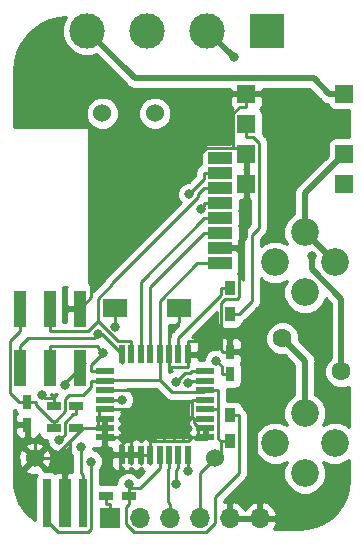
<source format=gbr>
G04 #@! TF.GenerationSoftware,KiCad,Pcbnew,(5.0.1)-4*
G04 #@! TF.CreationDate,2019-04-29T20:25:54+02:00*
G04 #@! TF.ProjectId,MyWallSwitch,4D7957616C6C5377697463682E6B6963,2*
G04 #@! TF.SameCoordinates,Original*
G04 #@! TF.FileFunction,Copper,L1,Top,Signal*
G04 #@! TF.FilePolarity,Positive*
%FSLAX46Y46*%
G04 Gerber Fmt 4.6, Leading zero omitted, Abs format (unit mm)*
G04 Created by KiCad (PCBNEW (5.0.1)-4) date 29.04.2019 20:25:54*
%MOMM*%
%LPD*%
G01*
G04 APERTURE LIST*
G04 #@! TA.AperFunction,SMDPad,CuDef*
%ADD10R,1.500000X1.500000*%
G04 #@! TD*
G04 #@! TA.AperFunction,ComponentPad*
%ADD11C,3.000000*%
G04 #@! TD*
G04 #@! TA.AperFunction,ComponentPad*
%ADD12R,3.000000X3.000000*%
G04 #@! TD*
G04 #@! TA.AperFunction,ComponentPad*
%ADD13C,2.350000*%
G04 #@! TD*
G04 #@! TA.AperFunction,SMDPad,CuDef*
%ADD14R,2.000000X1.000000*%
G04 #@! TD*
G04 #@! TA.AperFunction,SMDPad,CuDef*
%ADD15R,0.550000X1.600000*%
G04 #@! TD*
G04 #@! TA.AperFunction,SMDPad,CuDef*
%ADD16R,1.600000X0.550000*%
G04 #@! TD*
G04 #@! TA.AperFunction,SMDPad,CuDef*
%ADD17R,0.700000X4.100000*%
G04 #@! TD*
G04 #@! TA.AperFunction,SMDPad,CuDef*
%ADD18R,1.000000X4.100000*%
G04 #@! TD*
G04 #@! TA.AperFunction,ComponentPad*
%ADD19O,1.700000X1.700000*%
G04 #@! TD*
G04 #@! TA.AperFunction,ComponentPad*
%ADD20R,1.700000X1.700000*%
G04 #@! TD*
G04 #@! TA.AperFunction,SMDPad,CuDef*
%ADD21R,0.900000X1.200000*%
G04 #@! TD*
G04 #@! TA.AperFunction,ComponentPad*
%ADD22C,1.524000*%
G04 #@! TD*
G04 #@! TA.AperFunction,ComponentPad*
%ADD23C,1.600000*%
G04 #@! TD*
G04 #@! TA.AperFunction,SMDPad,CuDef*
%ADD24R,1.000000X3.150000*%
G04 #@! TD*
G04 #@! TA.AperFunction,SMDPad,CuDef*
%ADD25R,0.750000X1.200000*%
G04 #@! TD*
G04 #@! TA.AperFunction,SMDPad,CuDef*
%ADD26R,1.200000X0.750000*%
G04 #@! TD*
G04 #@! TA.AperFunction,SMDPad,CuDef*
%ADD27R,2.000000X1.600000*%
G04 #@! TD*
G04 #@! TA.AperFunction,ViaPad*
%ADD28C,0.800000*%
G04 #@! TD*
G04 #@! TA.AperFunction,Conductor*
%ADD29C,0.250000*%
G04 #@! TD*
G04 #@! TA.AperFunction,Conductor*
%ADD30C,0.500000*%
G04 #@! TD*
G04 #@! TA.AperFunction,Conductor*
%ADD31C,0.254000*%
G04 #@! TD*
G04 APERTURE END LIST*
D10*
G04 #@! TO.P,U3,8*
G04 #@! TO.N,L_OUT*
X153207000Y-82169000D03*
G04 #@! TO.P,U3,6*
G04 #@! TO.N,L_IN*
X153207000Y-87249000D03*
G04 #@! TO.P,U3,5*
G04 #@! TO.N,N/C*
X153207000Y-89789000D03*
G04 #@! TO.P,U3,4*
G04 #@! TO.N,GND*
X144907000Y-89789000D03*
G04 #@! TO.P,U3,3*
X144907000Y-87249000D03*
G04 #@! TO.P,U3,2*
G04 #@! TO.N,Net-(R1-Pad2)*
X144907000Y-84709000D03*
G04 #@! TO.P,U3,1*
G04 #@! TO.N,GND*
X144907000Y-82169000D03*
G04 #@! TD*
D11*
G04 #@! TO.P,J1,4*
G04 #@! TO.N,L_OUT*
X131445000Y-76835000D03*
D12*
G04 #@! TO.P,J1,1*
G04 #@! TO.N,Net-(F1-Pad1)*
X146685000Y-76835000D03*
D11*
G04 #@! TO.P,J1,3*
G04 #@! TO.N,Net-(J1-Pad2)*
X136525000Y-76835000D03*
G04 #@! TO.P,J1,2*
X141605000Y-76835000D03*
G04 #@! TD*
D13*
G04 #@! TO.P,F1,2*
G04 #@! TO.N,L_IN*
X149860000Y-98980000D03*
X149860000Y-93900000D03*
G04 #@! TO.P,F1,1*
G04 #@! TO.N,Net-(F1-Pad1)*
X149860000Y-109220000D03*
X149860000Y-114300000D03*
G04 #@! TO.P,F1,2*
G04 #@! TO.N,L_IN*
X152400000Y-96440000D03*
X147320000Y-96440000D03*
G04 #@! TO.P,F1,1*
G04 #@! TO.N,Net-(F1-Pad1)*
X152400000Y-111760000D03*
X147320000Y-111760000D03*
G04 #@! TD*
D14*
G04 #@! TO.P,U4,2*
G04 #@! TO.N,VCC*
X142685000Y-96475000D03*
G04 #@! TO.P,U4,1*
G04 #@! TO.N,GND*
X142685000Y-95205000D03*
G04 #@! TO.P,U4,3*
G04 #@! TO.N,Net-(U2-Pad13)*
X142685000Y-93935000D03*
G04 #@! TO.P,U4,4*
G04 #@! TO.N,Net-(U2-Pad14)*
X142685000Y-92665000D03*
G04 #@! TO.P,U4,5*
G04 #@! TO.N,Net-(J3-Pad3)*
X142685000Y-91395000D03*
G04 #@! TO.P,U4,6*
G04 #@! TO.N,Net-(J3-Pad4)*
X142685000Y-90125000D03*
G04 #@! TO.P,U4,7*
G04 #@! TO.N,Net-(J3-Pad1)*
X142685000Y-88855000D03*
G04 #@! TO.P,U4,8*
G04 #@! TO.N,N/C*
X142685000Y-87585000D03*
G04 #@! TD*
D15*
G04 #@! TO.P,U2,32*
G04 #@! TO.N,Net-(C3-Pad2)*
X139960000Y-112708000D03*
G04 #@! TO.P,U2,31*
G04 #@! TO.N,Net-(J2-Pad2)*
X139160000Y-112708000D03*
G04 #@! TO.P,U2,30*
G04 #@! TO.N,Net-(J2-Pad3)*
X138360000Y-112708000D03*
G04 #@! TO.P,U2,29*
G04 #@! TO.N,Net-(C4-Pad2)*
X137560000Y-112708000D03*
G04 #@! TO.P,U2,28*
G04 #@! TO.N,GND*
X136760000Y-112708000D03*
G04 #@! TO.P,U2,27*
X135960000Y-112708000D03*
G04 #@! TO.P,U2,26*
X135160000Y-112708000D03*
G04 #@! TO.P,U2,25*
X134360000Y-112708000D03*
D16*
G04 #@! TO.P,U2,24*
X132910000Y-111258000D03*
G04 #@! TO.P,U2,23*
X132910000Y-110458000D03*
G04 #@! TO.P,U2,22*
X132910000Y-109658000D03*
G04 #@! TO.P,U2,21*
X132910000Y-108858000D03*
G04 #@! TO.P,U2,20*
G04 #@! TO.N,Net-(C1-Pad1)*
X132910000Y-108058000D03*
G04 #@! TO.P,U2,19*
G04 #@! TO.N,GND*
X132910000Y-107258000D03*
G04 #@! TO.P,U2,18*
G04 #@! TO.N,VCC*
X132910000Y-106458000D03*
G04 #@! TO.P,U2,17*
G04 #@! TO.N,Net-(J3-Pad3)*
X132910000Y-105658000D03*
D15*
G04 #@! TO.P,U2,16*
G04 #@! TO.N,Net-(J3-Pad1)*
X134360000Y-104208000D03*
G04 #@! TO.P,U2,15*
G04 #@! TO.N,Net-(J3-Pad4)*
X135160000Y-104208000D03*
G04 #@! TO.P,U2,14*
G04 #@! TO.N,Net-(U2-Pad14)*
X135960000Y-104208000D03*
G04 #@! TO.P,U2,13*
G04 #@! TO.N,Net-(U2-Pad13)*
X136760000Y-104208000D03*
G04 #@! TO.P,U2,12*
G04 #@! TO.N,VCC*
X137560000Y-104208000D03*
G04 #@! TO.P,U2,11*
G04 #@! TO.N,GND*
X138360000Y-104208000D03*
G04 #@! TO.P,U2,10*
G04 #@! TO.N,Net-(R1-Pad1)*
X139160000Y-104208000D03*
G04 #@! TO.P,U2,9*
G04 #@! TO.N,GND*
X139960000Y-104208000D03*
D16*
G04 #@! TO.P,U2,8*
G04 #@! TO.N,Net-(U2-Pad8)*
X141410000Y-105658000D03*
G04 #@! TO.P,U2,7*
G04 #@! TO.N,Net-(U2-Pad7)*
X141410000Y-106458000D03*
G04 #@! TO.P,U2,6*
G04 #@! TO.N,VCC*
X141410000Y-107258000D03*
G04 #@! TO.P,U2,5*
G04 #@! TO.N,GND*
X141410000Y-108058000D03*
G04 #@! TO.P,U2,4*
G04 #@! TO.N,VCC*
X141410000Y-108858000D03*
G04 #@! TO.P,U2,3*
G04 #@! TO.N,GND*
X141410000Y-109658000D03*
G04 #@! TO.P,U2,2*
X141410000Y-110458000D03*
G04 #@! TO.P,U2,1*
X141410000Y-111258000D03*
G04 #@! TD*
D17*
G04 #@! TO.P,Y1,1*
G04 #@! TO.N,Net-(U2-Pad8)*
X131040000Y-116840000D03*
D18*
G04 #@! TO.P,Y1,2*
G04 #@! TO.N,GND*
X129540000Y-116840000D03*
D17*
G04 #@! TO.P,Y1,3*
G04 #@! TO.N,Net-(U2-Pad7)*
X128040000Y-116840000D03*
G04 #@! TD*
D19*
G04 #@! TO.P,J2,6*
G04 #@! TO.N,GND*
X146050000Y-118110000D03*
G04 #@! TO.P,J2,5*
X143510000Y-118110000D03*
G04 #@! TO.P,J2,4*
G04 #@! TO.N,VCC*
X140970000Y-118110000D03*
G04 #@! TO.P,J2,3*
G04 #@! TO.N,Net-(J2-Pad3)*
X138430000Y-118110000D03*
G04 #@! TO.P,J2,2*
G04 #@! TO.N,Net-(J2-Pad2)*
X135890000Y-118110000D03*
D20*
G04 #@! TO.P,J2,1*
G04 #@! TO.N,Net-(C4-Pad1)*
X133350000Y-118110000D03*
G04 #@! TD*
D21*
G04 #@! TO.P,R1,1*
G04 #@! TO.N,Net-(R1-Pad1)*
X143510000Y-98595000D03*
G04 #@! TO.P,R1,2*
G04 #@! TO.N,Net-(R1-Pad2)*
X143510000Y-100795000D03*
G04 #@! TD*
G04 #@! TO.P,R2,2*
G04 #@! TO.N,Net-(C4-Pad2)*
X143510000Y-109390000D03*
G04 #@! TO.P,R2,1*
G04 #@! TO.N,VCC*
X143510000Y-111590000D03*
G04 #@! TD*
D22*
G04 #@! TO.P,U1,1*
G04 #@! TO.N,Net-(F1-Pad1)*
X132715000Y-83820000D03*
G04 #@! TO.P,U1,2*
G04 #@! TO.N,Net-(J1-Pad2)*
X137160000Y-83820000D03*
G04 #@! TO.P,U1,3*
G04 #@! TO.N,GND*
X127000000Y-113030000D03*
G04 #@! TO.P,U1,4*
G04 #@! TO.N,VCC*
X142240000Y-113030000D03*
G04 #@! TD*
D23*
G04 #@! TO.P,RV1,2*
G04 #@! TO.N,Net-(J1-Pad2)*
X152955000Y-105670000D03*
G04 #@! TO.P,RV1,1*
G04 #@! TO.N,Net-(F1-Pad1)*
X147955000Y-102870000D03*
G04 #@! TD*
D24*
G04 #@! TO.P,J3,1*
G04 #@! TO.N,Net-(J3-Pad1)*
X125730000Y-105395000D03*
G04 #@! TO.P,J3,2*
G04 #@! TO.N,VCC*
X125730000Y-100345000D03*
G04 #@! TO.P,J3,3*
G04 #@! TO.N,Net-(J3-Pad3)*
X128270000Y-105395000D03*
G04 #@! TO.P,J3,4*
G04 #@! TO.N,Net-(J3-Pad4)*
X128270000Y-100345000D03*
G04 #@! TO.P,J3,5*
G04 #@! TO.N,Net-(C4-Pad2)*
X130810000Y-105395000D03*
G04 #@! TO.P,J3,6*
G04 #@! TO.N,GND*
X130810000Y-100345000D03*
G04 #@! TD*
D25*
G04 #@! TO.P,C1,1*
G04 #@! TO.N,Net-(C1-Pad1)*
X143510000Y-105913000D03*
G04 #@! TO.P,C1,2*
G04 #@! TO.N,GND*
X143510000Y-104013000D03*
G04 #@! TD*
D26*
G04 #@! TO.P,C3,2*
G04 #@! TO.N,Net-(C3-Pad2)*
X130490000Y-108585000D03*
G04 #@! TO.P,C3,1*
G04 #@! TO.N,GND*
X128590000Y-108585000D03*
G04 #@! TD*
D25*
G04 #@! TO.P,C6,2*
G04 #@! TO.N,GND*
X126365000Y-110170000D03*
G04 #@! TO.P,C6,1*
G04 #@! TO.N,VCC*
X126365000Y-108270000D03*
G04 #@! TD*
D26*
G04 #@! TO.P,C4,1*
G04 #@! TO.N,Net-(C4-Pad1)*
X133035000Y-116205000D03*
G04 #@! TO.P,C4,2*
G04 #@! TO.N,Net-(C4-Pad2)*
X134935000Y-116205000D03*
G04 #@! TD*
G04 #@! TO.P,C2,2*
G04 #@! TO.N,GND*
X130490000Y-110490000D03*
G04 #@! TO.P,C2,1*
G04 #@! TO.N,VCC*
X128590000Y-110490000D03*
G04 #@! TD*
D27*
G04 #@! TO.P,SW1,2*
G04 #@! TO.N,GND*
X139225000Y-100330000D03*
G04 #@! TO.P,SW1,1*
G04 #@! TO.N,Net-(C3-Pad2)*
X133825000Y-100330000D03*
G04 #@! TD*
D28*
G04 #@! TO.N,Net-(C1-Pad1)*
X142363000Y-104766000D03*
X134346000Y-108058000D03*
G04 #@! TO.N,GND*
X127620000Y-107679000D03*
G04 #@! TO.N,Net-(C3-Pad2)*
X129060000Y-111475000D03*
X133823000Y-101870000D03*
X139960000Y-114113000D03*
G04 #@! TO.N,Net-(C4-Pad2)*
X129540000Y-106785000D03*
X134935000Y-115216000D03*
G04 #@! TO.N,Net-(J1-Pad2)*
X143822000Y-79052500D03*
X150428000Y-95872200D03*
G04 #@! TO.N,Net-(J2-Pad2)*
X138980000Y-115162000D03*
G04 #@! TO.N,Net-(J3-Pad3)*
X141060000Y-91936300D03*
X132790000Y-104125000D03*
G04 #@! TO.N,Net-(J3-Pad1)*
X140091000Y-90657800D03*
X132346000Y-102504000D03*
G04 #@! TO.N,Net-(U2-Pad8)*
X130889000Y-112052000D03*
X138975000Y-106562000D03*
G04 #@! TO.N,Net-(U2-Pad7)*
X131754000Y-113302000D03*
X139996000Y-106623000D03*
G04 #@! TD*
D29*
G04 #@! TO.N,Net-(C1-Pad1)*
X134346000Y-108058000D02*
X132910000Y-108058000D01*
X143510000Y-105913000D02*
X142810000Y-105913000D01*
X142810000Y-105913000D02*
X142810000Y-105213000D01*
X142810000Y-105213000D02*
X142363000Y-104766000D01*
G04 #@! TO.N,GND*
X144907000Y-87249000D02*
X144907000Y-89789000D01*
X143781500Y-86742400D02*
X144400400Y-86742400D01*
X144400400Y-86742400D02*
X144907000Y-87249000D01*
X141524300Y-86742400D02*
X143781500Y-86742400D01*
X144907000Y-83244300D02*
X144369400Y-83244300D01*
X144369400Y-83244300D02*
X143781500Y-83832200D01*
X143781500Y-83832200D02*
X143781500Y-86742400D01*
X144907000Y-82169000D02*
X144907000Y-83244300D01*
X130810000Y-100345000D02*
X131770000Y-99384600D01*
X144010000Y-95205000D02*
X144907000Y-94308000D01*
X144907000Y-94308000D02*
X144907000Y-89789000D01*
X144010000Y-95205000D02*
X143898000Y-95205000D01*
X140847000Y-111258000D02*
X140847000Y-110458000D01*
X141410000Y-111258000D02*
X140847000Y-111258000D01*
X135960000Y-112758000D02*
X135960000Y-112708000D01*
X135160000Y-112758000D02*
X135960000Y-112758000D01*
X127000000Y-113030000D02*
X127000000Y-111730000D01*
X127000000Y-111730000D02*
X126365000Y-111095000D01*
X126365000Y-111095000D02*
X126365000Y-110170000D01*
X142685000Y-95205000D02*
X143898000Y-95205000D01*
X132872000Y-107220000D02*
X132910000Y-107220000D01*
X143898000Y-95205000D02*
X144285000Y-95592700D01*
X144285000Y-95592700D02*
X144285000Y-99354700D01*
X144285000Y-99354700D02*
X144120000Y-99520400D01*
X144120000Y-99520400D02*
X143079000Y-99520400D01*
X143079000Y-99520400D02*
X142735000Y-99864800D01*
X142735000Y-99864800D02*
X142735000Y-103083000D01*
X136760000Y-113470000D02*
X136760000Y-112758000D01*
X139225000Y-100330000D02*
X139225000Y-101455000D01*
X139225000Y-101455000D02*
X138360000Y-102320000D01*
X138360000Y-102320000D02*
X138360000Y-104208000D01*
X143510000Y-104013000D02*
X142922000Y-104013000D01*
X142922000Y-104013000D02*
X142735000Y-103825000D01*
X142735000Y-103825000D02*
X142735000Y-103083000D01*
X141410000Y-110420000D02*
X140873000Y-110420000D01*
X139960000Y-104208000D02*
X139960000Y-105333000D01*
X139960000Y-105333000D02*
X138360000Y-105333000D01*
X138360000Y-105333000D02*
X138360000Y-104208000D01*
X141410000Y-109658000D02*
X140454000Y-109658000D01*
X135960000Y-113470000D02*
X135960000Y-112758000D01*
X139960000Y-104208000D02*
X139960000Y-103083000D01*
X139960000Y-103083000D02*
X142735000Y-103083000D01*
X132910000Y-111258000D02*
X132910000Y-111220000D01*
X132910000Y-111220000D02*
X132762000Y-111220000D01*
X132762000Y-111220000D02*
X132762000Y-110591000D01*
X132762000Y-110591000D02*
X132629000Y-110458000D01*
X128590000Y-108585000D02*
X128590000Y-107885000D01*
X128590000Y-107885000D02*
X127826000Y-107885000D01*
X127826000Y-107885000D02*
X127620000Y-107679000D01*
X141410000Y-110458000D02*
X140847000Y-110458000D01*
X140847000Y-110458000D02*
X140873000Y-110432000D01*
X140873000Y-110432000D02*
X140873000Y-110420000D01*
X132910000Y-110458000D02*
X132629000Y-110458000D01*
X132910000Y-110420000D02*
X132628000Y-110420000D01*
X132628000Y-110420000D02*
X132347000Y-110420000D01*
X132628000Y-110420000D02*
X132629000Y-110420000D01*
X132629000Y-110420000D02*
X132629000Y-110458000D01*
X146050000Y-118110000D02*
X146050000Y-116935000D01*
X146050000Y-116935000D02*
X145714000Y-116599000D01*
X145714000Y-116599000D02*
X145714000Y-105517000D01*
X145714000Y-105517000D02*
X144210000Y-104013000D01*
X144210000Y-104013000D02*
X143510000Y-104013000D01*
X132910000Y-109620000D02*
X132872000Y-109620000D01*
X132872000Y-109620000D02*
X132910000Y-109658000D01*
X132872000Y-109620000D02*
X132452000Y-109620000D01*
X136760000Y-112758000D02*
X135960000Y-112758000D01*
X136760000Y-112758000D02*
X136760000Y-112708000D01*
X136760000Y-112708000D02*
X136760000Y-111583000D01*
X136760000Y-111583000D02*
X139960000Y-111583000D01*
X139960000Y-111583000D02*
X140285000Y-111258000D01*
X140285000Y-111258000D02*
X140847000Y-111258000D01*
X132872000Y-107220000D02*
X132910000Y-107258000D01*
X141410000Y-108058000D02*
X140285000Y-108058000D01*
X140285000Y-108058000D02*
X140285000Y-109489000D01*
X140285000Y-109489000D02*
X140454000Y-109658000D01*
X140873000Y-110420000D02*
X140454000Y-110001000D01*
X140454000Y-110001000D02*
X140454000Y-109658000D01*
X132399000Y-109620000D02*
X132399000Y-108858000D01*
X132910000Y-108858000D02*
X132399000Y-108858000D01*
X132452000Y-109620000D02*
X132399000Y-109620000D01*
X132399000Y-109620000D02*
X132347000Y-109620000D01*
X132452000Y-109620000D02*
X132347000Y-109725000D01*
X132347000Y-109725000D02*
X132347000Y-110420000D01*
X130490000Y-110490000D02*
X131084000Y-110490000D01*
X132347000Y-110420000D02*
X131154000Y-110420000D01*
X131154000Y-110420000D02*
X131084000Y-110490000D01*
X135160000Y-113470000D02*
X135160000Y-112758000D01*
X135160000Y-112708000D02*
X135160000Y-112758000D01*
X131084000Y-110490000D02*
X130004000Y-111570000D01*
X130004000Y-111570000D02*
X128544000Y-113030000D01*
X128544000Y-113030000D02*
X127000000Y-113030000D01*
X130004000Y-111570000D02*
X130004000Y-114001000D01*
X130004000Y-114001000D02*
X129540000Y-114465000D01*
X129540000Y-114465000D02*
X129540000Y-116840000D01*
X135160000Y-112708000D02*
X135160000Y-111583000D01*
X135160000Y-111583000D02*
X134633000Y-111583000D01*
X134633000Y-111583000D02*
X134496000Y-111719000D01*
X132910000Y-111258000D02*
X134035000Y-111258000D01*
X134035000Y-111258000D02*
X134496000Y-111719000D01*
X134360000Y-112708000D02*
X134360000Y-111856000D01*
X134360000Y-111856000D02*
X134496000Y-111719000D01*
X131770000Y-96496700D02*
X131770000Y-97028000D01*
X141524300Y-86742400D02*
X131770000Y-96496700D01*
X131770000Y-99384600D02*
X131770000Y-97028000D01*
X131770000Y-97028000D02*
X131770000Y-96865200D01*
X135236000Y-108858000D02*
X132910000Y-108858000D01*
X135509000Y-108585000D02*
X135236000Y-108858000D01*
X135509000Y-107569000D02*
X135509000Y-108585000D01*
X132910000Y-107258000D02*
X135198000Y-107258000D01*
X135198000Y-107258000D02*
X135509000Y-107569000D01*
G04 #@! TO.N,VCC*
X142735000Y-112535000D02*
X142735000Y-111590000D01*
X142523000Y-112747000D02*
X142735000Y-112535000D01*
X126365000Y-108270000D02*
X125665000Y-108270000D01*
X125665000Y-108270000D02*
X124905000Y-107510000D01*
X124905000Y-107510000D02*
X124905000Y-103071000D01*
X124905000Y-103071000D02*
X125730000Y-102245000D01*
X125730000Y-102245000D02*
X125730000Y-100345000D01*
X137560000Y-104208000D02*
X137560000Y-99667500D01*
X137560000Y-99667500D02*
X140752000Y-96475000D01*
X140752000Y-96475000D02*
X142685000Y-96475000D01*
X141410000Y-107258000D02*
X142535000Y-107258000D01*
X142535000Y-107258000D02*
X142535000Y-108858000D01*
X143510000Y-111590000D02*
X142735000Y-111590000D01*
X142735000Y-112535000D02*
X142523000Y-112747000D01*
X141410000Y-108858000D02*
X142535000Y-108858000D01*
X142523000Y-112747000D02*
X142240000Y-113030000D01*
X142240000Y-113030000D02*
X140970000Y-114300000D01*
X140970000Y-114300000D02*
X140970000Y-118110000D01*
X142535000Y-108858000D02*
X142535000Y-111391000D01*
X142535000Y-111391000D02*
X142735000Y-111590000D01*
X137560000Y-104208000D02*
X137560000Y-106374000D01*
X132910000Y-106458000D02*
X132910000Y-106420000D01*
X132910000Y-106420000D02*
X132956000Y-106374000D01*
X132956000Y-106374000D02*
X133002000Y-106328000D01*
X132956000Y-106374000D02*
X137560000Y-106374000D01*
X137560000Y-106374000D02*
X138599000Y-107413000D01*
X138599000Y-107413000D02*
X141255000Y-107413000D01*
X141255000Y-107413000D02*
X141410000Y-107258000D01*
X128590000Y-110490000D02*
X128590000Y-109852000D01*
X128590000Y-109852000D02*
X128420000Y-109852000D01*
X128420000Y-109852000D02*
X127065000Y-108498000D01*
X127065000Y-108498000D02*
X127065000Y-108270000D01*
X127065000Y-108270000D02*
X126365000Y-108270000D01*
X132910000Y-106458000D02*
X131785000Y-106458000D01*
X131785000Y-106458000D02*
X131785000Y-106958000D01*
X131785000Y-106958000D02*
X131050000Y-107692000D01*
X131050000Y-107692000D02*
X129906000Y-107692000D01*
X129906000Y-107692000D02*
X129565000Y-108034000D01*
X129565000Y-108034000D02*
X129565000Y-109057000D01*
X129565000Y-109057000D02*
X128770000Y-109852000D01*
X128770000Y-109852000D02*
X128590000Y-109852000D01*
G04 #@! TO.N,Net-(C3-Pad2)*
X133825000Y-100330000D02*
X133825000Y-101455000D01*
X133825000Y-101455000D02*
X133823000Y-101457000D01*
X133823000Y-101457000D02*
X133823000Y-101870000D01*
X130490000Y-108585000D02*
X130490000Y-109285000D01*
X130490000Y-109285000D02*
X130227000Y-109285000D01*
X130227000Y-109285000D02*
X129515000Y-109997000D01*
X129515000Y-109997000D02*
X129515000Y-111020000D01*
X129515000Y-111020000D02*
X129060000Y-111475000D01*
X139960000Y-114113000D02*
X139960000Y-112708000D01*
G04 #@! TO.N,Net-(C4-Pad1)*
X133035000Y-116205000D02*
X133035000Y-116905000D01*
X133035000Y-116905000D02*
X133321000Y-116905000D01*
X133321000Y-116905000D02*
X133350000Y-116935000D01*
X133350000Y-116935000D02*
X133350000Y-118110000D01*
G04 #@! TO.N,Net-(C4-Pad2)*
X134935000Y-116205000D02*
X134935000Y-115505000D01*
X134935000Y-116205000D02*
X134935000Y-116905000D01*
X134935000Y-116905000D02*
X134713000Y-117127000D01*
X134713000Y-117127000D02*
X134713000Y-118606000D01*
X134713000Y-118606000D02*
X135417000Y-119309000D01*
X135417000Y-119309000D02*
X141472000Y-119309000D01*
X141472000Y-119309000D02*
X142240000Y-118541000D01*
X142240000Y-118541000D02*
X142240000Y-116302000D01*
X142240000Y-116302000D02*
X144285000Y-114256000D01*
X144285000Y-114256000D02*
X144285000Y-109390000D01*
X144285000Y-109390000D02*
X143510000Y-109390000D01*
X137560000Y-112708000D02*
X137560000Y-113833000D01*
X137560000Y-113833000D02*
X135889000Y-115505000D01*
X135889000Y-115505000D02*
X134935000Y-115505000D01*
X131260000Y-104945000D02*
X130810000Y-105395000D01*
X134935000Y-115505000D02*
X134935000Y-115216000D01*
X130810000Y-105395000D02*
X129540000Y-106665000D01*
X129540000Y-106665000D02*
X129540000Y-106785000D01*
D30*
G04 #@! TO.N,Net-(F1-Pad1)*
X147955000Y-102870000D02*
X149860000Y-104775000D01*
X149860000Y-104775000D02*
X149860000Y-109220000D01*
G04 #@! TO.N,L_IN*
X153207000Y-87249000D02*
X149860000Y-90596000D01*
X149860000Y-90596000D02*
X149860000Y-93900000D01*
X149860000Y-93900000D02*
X152400000Y-96440000D01*
G04 #@! TO.N,L_OUT*
X153207000Y-82169000D02*
X151906700Y-82169000D01*
X131445000Y-76835000D02*
X135478700Y-80868700D01*
X135478700Y-80868700D02*
X150606400Y-80868700D01*
X150606400Y-80868700D02*
X151906700Y-82169000D01*
G04 #@! TO.N,Net-(J1-Pad2)*
X143822000Y-79052500D02*
X141605000Y-76835000D01*
X152955000Y-105670000D02*
X152955000Y-99566900D01*
X152955000Y-99566900D02*
X150428000Y-97039600D01*
X150428000Y-97039600D02*
X150428000Y-95872200D01*
D29*
G04 #@! TO.N,Net-(J2-Pad3)*
X138360000Y-112708000D02*
X138360000Y-113833000D01*
X138360000Y-113833000D02*
X138255000Y-113939000D01*
X138255000Y-113939000D02*
X138255000Y-116759000D01*
X138255000Y-116759000D02*
X138430000Y-116935000D01*
X138430000Y-116935000D02*
X138430000Y-118110000D01*
G04 #@! TO.N,Net-(J2-Pad2)*
X138980000Y-115162000D02*
X138980000Y-114013000D01*
X138980000Y-114013000D02*
X139160000Y-113833000D01*
X139160000Y-113833000D02*
X139160000Y-112708000D01*
G04 #@! TO.N,Net-(J3-Pad4)*
X128270000Y-100345000D02*
X128270000Y-102245000D01*
X128270000Y-102245000D02*
X131474000Y-102245000D01*
X131474000Y-102245000D02*
X132245000Y-101474000D01*
X132245000Y-101474000D02*
X132356000Y-101363000D01*
X132356000Y-101363000D02*
X132356000Y-99508800D01*
X132356000Y-99508800D02*
X133555000Y-98309500D01*
X133555000Y-98309500D02*
X133555000Y-98220600D01*
X133555000Y-98220600D02*
X140844000Y-90932100D01*
X140844000Y-90932100D02*
X140844000Y-90640800D01*
X140844000Y-90640800D02*
X141360000Y-90125000D01*
X141360000Y-90125000D02*
X142685000Y-90125000D01*
X132245000Y-101474000D02*
X132401000Y-101474000D01*
X132401000Y-101474000D02*
X134010000Y-103083000D01*
X134010000Y-103083000D02*
X135160000Y-103083000D01*
X135160000Y-103083000D02*
X135160000Y-104208000D01*
G04 #@! TO.N,Net-(J3-Pad3)*
X132790000Y-104125000D02*
X132382000Y-103717000D01*
X132382000Y-103717000D02*
X132382000Y-103495000D01*
X132382000Y-103495000D02*
X128270000Y-103495000D01*
X128270000Y-103495000D02*
X128270000Y-105395000D01*
X132910000Y-105658000D02*
X131785000Y-105658000D01*
X131785000Y-105658000D02*
X131785000Y-105130000D01*
X131785000Y-105130000D02*
X132790000Y-104125000D01*
X142685000Y-91395000D02*
X141360000Y-91395000D01*
X141360000Y-91395000D02*
X141360000Y-91636400D01*
X141360000Y-91636400D02*
X141060000Y-91936300D01*
G04 #@! TO.N,Net-(J3-Pad1)*
X125730000Y-105395000D02*
X125730000Y-103495000D01*
X125730000Y-103495000D02*
X126382000Y-102843000D01*
X126382000Y-102843000D02*
X132007000Y-102843000D01*
X132007000Y-102843000D02*
X132346000Y-102504000D01*
X142685000Y-88855000D02*
X141360000Y-88855000D01*
X141360000Y-88855000D02*
X141360000Y-89388900D01*
X141360000Y-89388900D02*
X140091000Y-90657800D01*
X134360000Y-104970000D02*
X134360000Y-104208000D01*
X134360000Y-104208000D02*
X132656000Y-102504000D01*
X132656000Y-102504000D02*
X132346000Y-102504000D01*
G04 #@! TO.N,Net-(R1-Pad1)*
X139160000Y-104208000D02*
X139160000Y-102802000D01*
X139160000Y-102802000D02*
X142735000Y-99227800D01*
X142735000Y-99227800D02*
X142735000Y-98595000D01*
X142735000Y-98595000D02*
X143510000Y-98595000D01*
G04 #@! TO.N,Net-(R1-Pad2)*
X144907000Y-84709000D02*
X144907000Y-85784300D01*
X143510000Y-100795000D02*
X144285300Y-100795000D01*
X144285300Y-100795000D02*
X145357400Y-99722900D01*
X145357400Y-99722900D02*
X145357400Y-94143500D01*
X145357400Y-94143500D02*
X145982300Y-93518600D01*
X145982300Y-93518600D02*
X145982300Y-86321900D01*
X145982300Y-86321900D02*
X145444700Y-85784300D01*
X145444700Y-85784300D02*
X144907000Y-85784300D01*
G04 #@! TO.N,Net-(U2-Pad14)*
X142685000Y-92665000D02*
X141360000Y-92665000D01*
X141360000Y-92665000D02*
X135960000Y-98064700D01*
X135960000Y-98064700D02*
X135960000Y-104208000D01*
G04 #@! TO.N,Net-(U2-Pad13)*
X142685000Y-93935000D02*
X141360000Y-93935000D01*
X141360000Y-93935000D02*
X136760000Y-98534700D01*
X136760000Y-98534700D02*
X136760000Y-104208000D01*
G04 #@! TO.N,Net-(U2-Pad8)*
X141410000Y-105658000D02*
X140285000Y-105658000D01*
X140285000Y-105658000D02*
X140110000Y-105833000D01*
X140110000Y-105833000D02*
X139704000Y-105833000D01*
X139704000Y-105833000D02*
X138975000Y-106562000D01*
X131040000Y-116840000D02*
X131040000Y-114465000D01*
X131040000Y-114465000D02*
X130889000Y-114313000D01*
X130889000Y-114313000D02*
X130889000Y-112052000D01*
G04 #@! TO.N,Net-(U2-Pad7)*
X139996000Y-106623000D02*
X140120000Y-106623000D01*
X140120000Y-106623000D02*
X140285000Y-106458000D01*
X140285000Y-106458000D02*
X141410000Y-106458000D01*
X128040000Y-116840000D02*
X128040000Y-118350000D01*
X128040000Y-118350000D02*
X128941000Y-119251000D01*
X128941000Y-119251000D02*
X131523000Y-119251000D01*
X131523000Y-119251000D02*
X131754000Y-119020000D01*
X131754000Y-119020000D02*
X131754000Y-113302000D01*
G04 #@! TD*
D31*
G04 #@! TO.N,GND*
G36*
X146294717Y-97974444D02*
X146959969Y-98250000D01*
X147680031Y-98250000D01*
X148311607Y-97988393D01*
X148050000Y-98619969D01*
X148050000Y-99340031D01*
X148325556Y-100005283D01*
X148834717Y-100514444D01*
X149499969Y-100790000D01*
X150220031Y-100790000D01*
X150885283Y-100514444D01*
X151394444Y-100005283D01*
X151613365Y-99476759D01*
X152070001Y-99933450D01*
X152070000Y-104525604D01*
X151738466Y-104857138D01*
X151520000Y-105384561D01*
X151520000Y-105955439D01*
X151738466Y-106482862D01*
X152142138Y-106886534D01*
X152669561Y-107105000D01*
X153240439Y-107105000D01*
X153570001Y-106968491D01*
X153570001Y-110370274D01*
X153425283Y-110225556D01*
X152760031Y-109950000D01*
X152039969Y-109950000D01*
X151408393Y-110211607D01*
X151670000Y-109580031D01*
X151670000Y-108859969D01*
X151394444Y-108194717D01*
X150885283Y-107685556D01*
X150745000Y-107627449D01*
X150745000Y-104862161D01*
X150762337Y-104775000D01*
X150745000Y-104687839D01*
X150745000Y-104687835D01*
X150693652Y-104429690D01*
X150627625Y-104330874D01*
X150547424Y-104210845D01*
X150547423Y-104210844D01*
X150498049Y-104136951D01*
X150424156Y-104087577D01*
X149390000Y-103053422D01*
X149390000Y-102584561D01*
X149171534Y-102057138D01*
X148767862Y-101653466D01*
X148240439Y-101435000D01*
X147669561Y-101435000D01*
X147142138Y-101653466D01*
X146738466Y-102057138D01*
X146520000Y-102584561D01*
X146520000Y-103155439D01*
X146738466Y-103682862D01*
X147142138Y-104086534D01*
X147669561Y-104305000D01*
X148138422Y-104305000D01*
X148975000Y-105141579D01*
X148975001Y-107627449D01*
X148834717Y-107685556D01*
X148325556Y-108194717D01*
X148050000Y-108859969D01*
X148050000Y-109580031D01*
X148311607Y-110211607D01*
X147680031Y-109950000D01*
X146959969Y-109950000D01*
X146294717Y-110225556D01*
X145785556Y-110734717D01*
X145510000Y-111399969D01*
X145510000Y-112120031D01*
X145785556Y-112785283D01*
X146294717Y-113294444D01*
X146959969Y-113570000D01*
X147680031Y-113570000D01*
X148311607Y-113308393D01*
X148050000Y-113939969D01*
X148050000Y-114660031D01*
X148325556Y-115325283D01*
X148834717Y-115834444D01*
X149499969Y-116110000D01*
X150220031Y-116110000D01*
X150885283Y-115834444D01*
X151394444Y-115325283D01*
X151670000Y-114660031D01*
X151670000Y-113939969D01*
X151408393Y-113308393D01*
X152039969Y-113570000D01*
X152760031Y-113570000D01*
X153425283Y-113294444D01*
X153570001Y-113149726D01*
X153570001Y-114847508D01*
X153501994Y-115609511D01*
X153308795Y-116315729D01*
X152993591Y-116976567D01*
X152566342Y-117571145D01*
X152040559Y-118080665D01*
X151432855Y-118489025D01*
X150762440Y-118783317D01*
X150044852Y-118955594D01*
X149421965Y-119001336D01*
X147234234Y-119001336D01*
X147245183Y-118991358D01*
X147491486Y-118466892D01*
X147370819Y-118237000D01*
X146177000Y-118237000D01*
X146177000Y-118257000D01*
X145923000Y-118257000D01*
X145923000Y-118237000D01*
X143637000Y-118237000D01*
X143637000Y-118257000D01*
X143383000Y-118257000D01*
X143383000Y-118237000D01*
X143363000Y-118237000D01*
X143363000Y-117983000D01*
X143383000Y-117983000D01*
X143383000Y-116789845D01*
X143637000Y-116789845D01*
X143637000Y-117983000D01*
X145923000Y-117983000D01*
X145923000Y-116789845D01*
X146177000Y-116789845D01*
X146177000Y-117983000D01*
X147370819Y-117983000D01*
X147491486Y-117753108D01*
X147245183Y-117228642D01*
X146816924Y-116838355D01*
X146406890Y-116668524D01*
X146177000Y-116789845D01*
X145923000Y-116789845D01*
X145693110Y-116668524D01*
X145283076Y-116838355D01*
X144854817Y-117228642D01*
X144780000Y-117387954D01*
X144705183Y-117228642D01*
X144276924Y-116838355D01*
X143866890Y-116668524D01*
X143637000Y-116789845D01*
X143383000Y-116789845D01*
X143153110Y-116668524D01*
X143000000Y-116731940D01*
X143000000Y-116616693D01*
X144769551Y-114846277D01*
X144832929Y-114803929D01*
X144875381Y-114740395D01*
X144875447Y-114740329D01*
X144916843Y-114678343D01*
X145000904Y-114552537D01*
X145000923Y-114552443D01*
X145000976Y-114552363D01*
X145030351Y-114404496D01*
X145045000Y-114330852D01*
X145045000Y-114330754D01*
X145059888Y-114255811D01*
X145045000Y-114181059D01*
X145045000Y-109464852D01*
X145059889Y-109390000D01*
X145000904Y-109093463D01*
X144832929Y-108842071D01*
X144584822Y-108676291D01*
X144558157Y-108542235D01*
X144417809Y-108332191D01*
X144207765Y-108191843D01*
X143960000Y-108142560D01*
X143295000Y-108142560D01*
X143295000Y-107332852D01*
X143309889Y-107258000D01*
X143290483Y-107160440D01*
X143885000Y-107160440D01*
X144132765Y-107111157D01*
X144342809Y-106970809D01*
X144483157Y-106760765D01*
X144532440Y-106513000D01*
X144532440Y-105313000D01*
X144483157Y-105065235D01*
X144422127Y-104973898D01*
X144423327Y-104972698D01*
X144520000Y-104739309D01*
X144520000Y-104298750D01*
X144361250Y-104140000D01*
X143637000Y-104140000D01*
X143637000Y-104160000D01*
X143383000Y-104160000D01*
X143383000Y-104140000D01*
X143363000Y-104140000D01*
X143363000Y-103886000D01*
X143383000Y-103886000D01*
X143383000Y-102936750D01*
X143637000Y-102936750D01*
X143637000Y-103886000D01*
X144361250Y-103886000D01*
X144520000Y-103727250D01*
X144520000Y-103286691D01*
X144423327Y-103053302D01*
X144244699Y-102874673D01*
X144011310Y-102778000D01*
X143795750Y-102778000D01*
X143637000Y-102936750D01*
X143383000Y-102936750D01*
X143224250Y-102778000D01*
X143008690Y-102778000D01*
X142775301Y-102874673D01*
X142596673Y-103053302D01*
X142500000Y-103286691D01*
X142500000Y-103727250D01*
X142503750Y-103731000D01*
X142157126Y-103731000D01*
X141776720Y-103888569D01*
X141485569Y-104179720D01*
X141328000Y-104560126D01*
X141328000Y-104735560D01*
X140870000Y-104735560D01*
X140870000Y-104493750D01*
X140711250Y-104335000D01*
X140087000Y-104335000D01*
X140087000Y-104355000D01*
X140082440Y-104355000D01*
X140082440Y-104061000D01*
X140087000Y-104061000D01*
X140087000Y-104081000D01*
X140711250Y-104081000D01*
X140870000Y-103922250D01*
X140870000Y-103281691D01*
X140773327Y-103048302D01*
X140594699Y-102869673D01*
X140361310Y-102773000D01*
X140263928Y-102773000D01*
X142412560Y-100624849D01*
X142412560Y-101395000D01*
X142461843Y-101642765D01*
X142602191Y-101852809D01*
X142812235Y-101993157D01*
X143060000Y-102042440D01*
X143960000Y-102042440D01*
X144207765Y-101993157D01*
X144417809Y-101852809D01*
X144558157Y-101642765D01*
X144584776Y-101508940D01*
X144833229Y-101342929D01*
X144875631Y-101279471D01*
X145841876Y-100313227D01*
X145905329Y-100270829D01*
X145947727Y-100207376D01*
X145947729Y-100207374D01*
X146073303Y-100019438D01*
X146073304Y-100019437D01*
X146117400Y-99797752D01*
X146117400Y-99797748D01*
X146132288Y-99722901D01*
X146117400Y-99648054D01*
X146117400Y-97797127D01*
X146294717Y-97974444D01*
X146294717Y-97974444D01*
G37*
X146294717Y-97974444D02*
X146959969Y-98250000D01*
X147680031Y-98250000D01*
X148311607Y-97988393D01*
X148050000Y-98619969D01*
X148050000Y-99340031D01*
X148325556Y-100005283D01*
X148834717Y-100514444D01*
X149499969Y-100790000D01*
X150220031Y-100790000D01*
X150885283Y-100514444D01*
X151394444Y-100005283D01*
X151613365Y-99476759D01*
X152070001Y-99933450D01*
X152070000Y-104525604D01*
X151738466Y-104857138D01*
X151520000Y-105384561D01*
X151520000Y-105955439D01*
X151738466Y-106482862D01*
X152142138Y-106886534D01*
X152669561Y-107105000D01*
X153240439Y-107105000D01*
X153570001Y-106968491D01*
X153570001Y-110370274D01*
X153425283Y-110225556D01*
X152760031Y-109950000D01*
X152039969Y-109950000D01*
X151408393Y-110211607D01*
X151670000Y-109580031D01*
X151670000Y-108859969D01*
X151394444Y-108194717D01*
X150885283Y-107685556D01*
X150745000Y-107627449D01*
X150745000Y-104862161D01*
X150762337Y-104775000D01*
X150745000Y-104687839D01*
X150745000Y-104687835D01*
X150693652Y-104429690D01*
X150627625Y-104330874D01*
X150547424Y-104210845D01*
X150547423Y-104210844D01*
X150498049Y-104136951D01*
X150424156Y-104087577D01*
X149390000Y-103053422D01*
X149390000Y-102584561D01*
X149171534Y-102057138D01*
X148767862Y-101653466D01*
X148240439Y-101435000D01*
X147669561Y-101435000D01*
X147142138Y-101653466D01*
X146738466Y-102057138D01*
X146520000Y-102584561D01*
X146520000Y-103155439D01*
X146738466Y-103682862D01*
X147142138Y-104086534D01*
X147669561Y-104305000D01*
X148138422Y-104305000D01*
X148975000Y-105141579D01*
X148975001Y-107627449D01*
X148834717Y-107685556D01*
X148325556Y-108194717D01*
X148050000Y-108859969D01*
X148050000Y-109580031D01*
X148311607Y-110211607D01*
X147680031Y-109950000D01*
X146959969Y-109950000D01*
X146294717Y-110225556D01*
X145785556Y-110734717D01*
X145510000Y-111399969D01*
X145510000Y-112120031D01*
X145785556Y-112785283D01*
X146294717Y-113294444D01*
X146959969Y-113570000D01*
X147680031Y-113570000D01*
X148311607Y-113308393D01*
X148050000Y-113939969D01*
X148050000Y-114660031D01*
X148325556Y-115325283D01*
X148834717Y-115834444D01*
X149499969Y-116110000D01*
X150220031Y-116110000D01*
X150885283Y-115834444D01*
X151394444Y-115325283D01*
X151670000Y-114660031D01*
X151670000Y-113939969D01*
X151408393Y-113308393D01*
X152039969Y-113570000D01*
X152760031Y-113570000D01*
X153425283Y-113294444D01*
X153570001Y-113149726D01*
X153570001Y-114847508D01*
X153501994Y-115609511D01*
X153308795Y-116315729D01*
X152993591Y-116976567D01*
X152566342Y-117571145D01*
X152040559Y-118080665D01*
X151432855Y-118489025D01*
X150762440Y-118783317D01*
X150044852Y-118955594D01*
X149421965Y-119001336D01*
X147234234Y-119001336D01*
X147245183Y-118991358D01*
X147491486Y-118466892D01*
X147370819Y-118237000D01*
X146177000Y-118237000D01*
X146177000Y-118257000D01*
X145923000Y-118257000D01*
X145923000Y-118237000D01*
X143637000Y-118237000D01*
X143637000Y-118257000D01*
X143383000Y-118257000D01*
X143383000Y-118237000D01*
X143363000Y-118237000D01*
X143363000Y-117983000D01*
X143383000Y-117983000D01*
X143383000Y-116789845D01*
X143637000Y-116789845D01*
X143637000Y-117983000D01*
X145923000Y-117983000D01*
X145923000Y-116789845D01*
X146177000Y-116789845D01*
X146177000Y-117983000D01*
X147370819Y-117983000D01*
X147491486Y-117753108D01*
X147245183Y-117228642D01*
X146816924Y-116838355D01*
X146406890Y-116668524D01*
X146177000Y-116789845D01*
X145923000Y-116789845D01*
X145693110Y-116668524D01*
X145283076Y-116838355D01*
X144854817Y-117228642D01*
X144780000Y-117387954D01*
X144705183Y-117228642D01*
X144276924Y-116838355D01*
X143866890Y-116668524D01*
X143637000Y-116789845D01*
X143383000Y-116789845D01*
X143153110Y-116668524D01*
X143000000Y-116731940D01*
X143000000Y-116616693D01*
X144769551Y-114846277D01*
X144832929Y-114803929D01*
X144875381Y-114740395D01*
X144875447Y-114740329D01*
X144916843Y-114678343D01*
X145000904Y-114552537D01*
X145000923Y-114552443D01*
X145000976Y-114552363D01*
X145030351Y-114404496D01*
X145045000Y-114330852D01*
X145045000Y-114330754D01*
X145059888Y-114255811D01*
X145045000Y-114181059D01*
X145045000Y-109464852D01*
X145059889Y-109390000D01*
X145000904Y-109093463D01*
X144832929Y-108842071D01*
X144584822Y-108676291D01*
X144558157Y-108542235D01*
X144417809Y-108332191D01*
X144207765Y-108191843D01*
X143960000Y-108142560D01*
X143295000Y-108142560D01*
X143295000Y-107332852D01*
X143309889Y-107258000D01*
X143290483Y-107160440D01*
X143885000Y-107160440D01*
X144132765Y-107111157D01*
X144342809Y-106970809D01*
X144483157Y-106760765D01*
X144532440Y-106513000D01*
X144532440Y-105313000D01*
X144483157Y-105065235D01*
X144422127Y-104973898D01*
X144423327Y-104972698D01*
X144520000Y-104739309D01*
X144520000Y-104298750D01*
X144361250Y-104140000D01*
X143637000Y-104140000D01*
X143637000Y-104160000D01*
X143383000Y-104160000D01*
X143383000Y-104140000D01*
X143363000Y-104140000D01*
X143363000Y-103886000D01*
X143383000Y-103886000D01*
X143383000Y-102936750D01*
X143637000Y-102936750D01*
X143637000Y-103886000D01*
X144361250Y-103886000D01*
X144520000Y-103727250D01*
X144520000Y-103286691D01*
X144423327Y-103053302D01*
X144244699Y-102874673D01*
X144011310Y-102778000D01*
X143795750Y-102778000D01*
X143637000Y-102936750D01*
X143383000Y-102936750D01*
X143224250Y-102778000D01*
X143008690Y-102778000D01*
X142775301Y-102874673D01*
X142596673Y-103053302D01*
X142500000Y-103286691D01*
X142500000Y-103727250D01*
X142503750Y-103731000D01*
X142157126Y-103731000D01*
X141776720Y-103888569D01*
X141485569Y-104179720D01*
X141328000Y-104560126D01*
X141328000Y-104735560D01*
X140870000Y-104735560D01*
X140870000Y-104493750D01*
X140711250Y-104335000D01*
X140087000Y-104335000D01*
X140087000Y-104355000D01*
X140082440Y-104355000D01*
X140082440Y-104061000D01*
X140087000Y-104061000D01*
X140087000Y-104081000D01*
X140711250Y-104081000D01*
X140870000Y-103922250D01*
X140870000Y-103281691D01*
X140773327Y-103048302D01*
X140594699Y-102869673D01*
X140361310Y-102773000D01*
X140263928Y-102773000D01*
X142412560Y-100624849D01*
X142412560Y-101395000D01*
X142461843Y-101642765D01*
X142602191Y-101852809D01*
X142812235Y-101993157D01*
X143060000Y-102042440D01*
X143960000Y-102042440D01*
X144207765Y-101993157D01*
X144417809Y-101852809D01*
X144558157Y-101642765D01*
X144584776Y-101508940D01*
X144833229Y-101342929D01*
X144875631Y-101279471D01*
X145841876Y-100313227D01*
X145905329Y-100270829D01*
X145947727Y-100207376D01*
X145947729Y-100207374D01*
X146073303Y-100019438D01*
X146073304Y-100019437D01*
X146117400Y-99797752D01*
X146117400Y-99797748D01*
X146132288Y-99722901D01*
X146117400Y-99648054D01*
X146117400Y-97797127D01*
X146294717Y-97974444D01*
G36*
X125286528Y-108931157D02*
X125365178Y-108983709D01*
X125391843Y-109117765D01*
X125452873Y-109209102D01*
X125451673Y-109210302D01*
X125355000Y-109443691D01*
X125355000Y-109884250D01*
X125513750Y-110043000D01*
X126238000Y-110043000D01*
X126238000Y-110023000D01*
X126492000Y-110023000D01*
X126492000Y-110043000D01*
X126512000Y-110043000D01*
X126512000Y-110297000D01*
X126492000Y-110297000D01*
X126492000Y-111246250D01*
X126650750Y-111405000D01*
X126866310Y-111405000D01*
X127099699Y-111308327D01*
X127278327Y-111129698D01*
X127357292Y-110939061D01*
X127391843Y-111112765D01*
X127532191Y-111322809D01*
X127742235Y-111463157D01*
X127990000Y-111512440D01*
X128025000Y-111512440D01*
X128025000Y-111680874D01*
X128182569Y-112061280D01*
X128473720Y-112352431D01*
X128854126Y-112510000D01*
X129265874Y-112510000D01*
X129646280Y-112352431D01*
X129854000Y-112144711D01*
X129854000Y-112257874D01*
X130011569Y-112638280D01*
X130129001Y-112755712D01*
X130129000Y-114155000D01*
X129825750Y-114155000D01*
X129667000Y-114313750D01*
X129667000Y-116713000D01*
X129687000Y-116713000D01*
X129687000Y-116967000D01*
X129667000Y-116967000D01*
X129667000Y-116987000D01*
X129413000Y-116987000D01*
X129413000Y-116967000D01*
X129393000Y-116967000D01*
X129393000Y-116713000D01*
X129413000Y-116713000D01*
X129413000Y-114313750D01*
X129254250Y-114155000D01*
X128913691Y-114155000D01*
X128709319Y-114239654D01*
X128637765Y-114191843D01*
X128390000Y-114142560D01*
X127762647Y-114142560D01*
X127800608Y-114010213D01*
X127000000Y-113209605D01*
X126199392Y-114010213D01*
X126268857Y-114252397D01*
X126792302Y-114439144D01*
X127173475Y-114420066D01*
X127091843Y-114542235D01*
X127042560Y-114790000D01*
X127042560Y-118288953D01*
X126591064Y-117951804D01*
X126084979Y-117404325D01*
X125687136Y-116773783D01*
X125410865Y-116081303D01*
X125262580Y-115335824D01*
X125240000Y-114904967D01*
X125240000Y-112822302D01*
X125590856Y-112822302D01*
X125618638Y-113377368D01*
X125777603Y-113761143D01*
X126019787Y-113830608D01*
X126820395Y-113030000D01*
X127179605Y-113030000D01*
X127980213Y-113830608D01*
X128222397Y-113761143D01*
X128409144Y-113237698D01*
X128381362Y-112682632D01*
X128222397Y-112298857D01*
X127980213Y-112229392D01*
X127179605Y-113030000D01*
X126820395Y-113030000D01*
X126019787Y-112229392D01*
X125777603Y-112298857D01*
X125590856Y-112822302D01*
X125240000Y-112822302D01*
X125240000Y-112049787D01*
X126199392Y-112049787D01*
X127000000Y-112850395D01*
X127800608Y-112049787D01*
X127731143Y-111807603D01*
X127207698Y-111620856D01*
X126652632Y-111648638D01*
X126268857Y-111807603D01*
X126199392Y-112049787D01*
X125240000Y-112049787D01*
X125240000Y-110455750D01*
X125355000Y-110455750D01*
X125355000Y-110896309D01*
X125451673Y-111129698D01*
X125630301Y-111308327D01*
X125863690Y-111405000D01*
X126079250Y-111405000D01*
X126238000Y-111246250D01*
X126238000Y-110297000D01*
X125513750Y-110297000D01*
X125355000Y-110455750D01*
X125240000Y-110455750D01*
X125240000Y-108900068D01*
X125286528Y-108931157D01*
X125286528Y-108931157D01*
G37*
X125286528Y-108931157D02*
X125365178Y-108983709D01*
X125391843Y-109117765D01*
X125452873Y-109209102D01*
X125451673Y-109210302D01*
X125355000Y-109443691D01*
X125355000Y-109884250D01*
X125513750Y-110043000D01*
X126238000Y-110043000D01*
X126238000Y-110023000D01*
X126492000Y-110023000D01*
X126492000Y-110043000D01*
X126512000Y-110043000D01*
X126512000Y-110297000D01*
X126492000Y-110297000D01*
X126492000Y-111246250D01*
X126650750Y-111405000D01*
X126866310Y-111405000D01*
X127099699Y-111308327D01*
X127278327Y-111129698D01*
X127357292Y-110939061D01*
X127391843Y-111112765D01*
X127532191Y-111322809D01*
X127742235Y-111463157D01*
X127990000Y-111512440D01*
X128025000Y-111512440D01*
X128025000Y-111680874D01*
X128182569Y-112061280D01*
X128473720Y-112352431D01*
X128854126Y-112510000D01*
X129265874Y-112510000D01*
X129646280Y-112352431D01*
X129854000Y-112144711D01*
X129854000Y-112257874D01*
X130011569Y-112638280D01*
X130129001Y-112755712D01*
X130129000Y-114155000D01*
X129825750Y-114155000D01*
X129667000Y-114313750D01*
X129667000Y-116713000D01*
X129687000Y-116713000D01*
X129687000Y-116967000D01*
X129667000Y-116967000D01*
X129667000Y-116987000D01*
X129413000Y-116987000D01*
X129413000Y-116967000D01*
X129393000Y-116967000D01*
X129393000Y-116713000D01*
X129413000Y-116713000D01*
X129413000Y-114313750D01*
X129254250Y-114155000D01*
X128913691Y-114155000D01*
X128709319Y-114239654D01*
X128637765Y-114191843D01*
X128390000Y-114142560D01*
X127762647Y-114142560D01*
X127800608Y-114010213D01*
X127000000Y-113209605D01*
X126199392Y-114010213D01*
X126268857Y-114252397D01*
X126792302Y-114439144D01*
X127173475Y-114420066D01*
X127091843Y-114542235D01*
X127042560Y-114790000D01*
X127042560Y-118288953D01*
X126591064Y-117951804D01*
X126084979Y-117404325D01*
X125687136Y-116773783D01*
X125410865Y-116081303D01*
X125262580Y-115335824D01*
X125240000Y-114904967D01*
X125240000Y-112822302D01*
X125590856Y-112822302D01*
X125618638Y-113377368D01*
X125777603Y-113761143D01*
X126019787Y-113830608D01*
X126820395Y-113030000D01*
X127179605Y-113030000D01*
X127980213Y-113830608D01*
X128222397Y-113761143D01*
X128409144Y-113237698D01*
X128381362Y-112682632D01*
X128222397Y-112298857D01*
X127980213Y-112229392D01*
X127179605Y-113030000D01*
X126820395Y-113030000D01*
X126019787Y-112229392D01*
X125777603Y-112298857D01*
X125590856Y-112822302D01*
X125240000Y-112822302D01*
X125240000Y-112049787D01*
X126199392Y-112049787D01*
X127000000Y-112850395D01*
X127800608Y-112049787D01*
X127731143Y-111807603D01*
X127207698Y-111620856D01*
X126652632Y-111648638D01*
X126268857Y-111807603D01*
X126199392Y-112049787D01*
X125240000Y-112049787D01*
X125240000Y-110455750D01*
X125355000Y-110455750D01*
X125355000Y-110896309D01*
X125451673Y-111129698D01*
X125630301Y-111308327D01*
X125863690Y-111405000D01*
X126079250Y-111405000D01*
X126238000Y-111246250D01*
X126238000Y-110297000D01*
X125513750Y-110297000D01*
X125355000Y-110455750D01*
X125240000Y-110455750D01*
X125240000Y-108900068D01*
X125286528Y-108931157D01*
G36*
X133037000Y-109609250D02*
X133085750Y-109658000D01*
X133037000Y-109706750D01*
X133037000Y-110409250D01*
X133085750Y-110458000D01*
X133037000Y-110506750D01*
X133037000Y-111209250D01*
X133195750Y-111368000D01*
X133729340Y-111368000D01*
X133725301Y-111369673D01*
X133709974Y-111385000D01*
X133037000Y-111385000D01*
X133037000Y-112009250D01*
X133195750Y-112168000D01*
X133450000Y-112168000D01*
X133450000Y-112422250D01*
X133608750Y-112581000D01*
X134233000Y-112581000D01*
X134233000Y-111908026D01*
X134248327Y-111892699D01*
X134250000Y-111888660D01*
X134250000Y-112422250D01*
X134408750Y-112581000D01*
X135111250Y-112581000D01*
X135160000Y-112532250D01*
X135208750Y-112581000D01*
X135911250Y-112581000D01*
X135960000Y-112532250D01*
X136008750Y-112581000D01*
X136107000Y-112581000D01*
X136107000Y-112835000D01*
X136008750Y-112835000D01*
X135960000Y-112883750D01*
X135911250Y-112835000D01*
X135208750Y-112835000D01*
X135160000Y-112883750D01*
X135111250Y-112835000D01*
X134408750Y-112835000D01*
X134250000Y-112993750D01*
X134250000Y-113634309D01*
X134346673Y-113867698D01*
X134525301Y-114046327D01*
X134565889Y-114063139D01*
X134645750Y-114143000D01*
X134874250Y-114143000D01*
X134954111Y-114063139D01*
X134994699Y-114046327D01*
X135160000Y-113881025D01*
X135325301Y-114046327D01*
X135365889Y-114063139D01*
X135445750Y-114143000D01*
X135674250Y-114143000D01*
X135754111Y-114063139D01*
X135794699Y-114046327D01*
X135960000Y-113881025D01*
X136125301Y-114046327D01*
X136165889Y-114063139D01*
X136210717Y-114107967D01*
X135750835Y-114568124D01*
X135521280Y-114338569D01*
X135140874Y-114181000D01*
X134729126Y-114181000D01*
X134348720Y-114338569D01*
X134057569Y-114629720D01*
X133900000Y-115010126D01*
X133900000Y-115243359D01*
X133882765Y-115231843D01*
X133635000Y-115182560D01*
X132514000Y-115182560D01*
X132514000Y-114005711D01*
X132631431Y-113888280D01*
X132789000Y-113507874D01*
X132789000Y-113096126D01*
X132746595Y-112993750D01*
X133450000Y-112993750D01*
X133450000Y-113634309D01*
X133546673Y-113867698D01*
X133725301Y-114046327D01*
X133958690Y-114143000D01*
X134074250Y-114143000D01*
X134233000Y-113984250D01*
X134233000Y-112835000D01*
X133608750Y-112835000D01*
X133450000Y-112993750D01*
X132746595Y-112993750D01*
X132631431Y-112715720D01*
X132340280Y-112424569D01*
X131959874Y-112267000D01*
X131920220Y-112267000D01*
X131924000Y-112257874D01*
X131924000Y-112143275D01*
X131983691Y-112168000D01*
X132624250Y-112168000D01*
X132783000Y-112009250D01*
X132783000Y-111385000D01*
X132763000Y-111385000D01*
X132763000Y-111229250D01*
X132783000Y-111209250D01*
X132783000Y-110506750D01*
X132734250Y-110458000D01*
X132783000Y-110409250D01*
X132783000Y-109706750D01*
X132763000Y-109686750D01*
X132763000Y-109629250D01*
X132783000Y-109609250D01*
X132783000Y-109511000D01*
X133037000Y-109511000D01*
X133037000Y-109609250D01*
X133037000Y-109609250D01*
G37*
X133037000Y-109609250D02*
X133085750Y-109658000D01*
X133037000Y-109706750D01*
X133037000Y-110409250D01*
X133085750Y-110458000D01*
X133037000Y-110506750D01*
X133037000Y-111209250D01*
X133195750Y-111368000D01*
X133729340Y-111368000D01*
X133725301Y-111369673D01*
X133709974Y-111385000D01*
X133037000Y-111385000D01*
X133037000Y-112009250D01*
X133195750Y-112168000D01*
X133450000Y-112168000D01*
X133450000Y-112422250D01*
X133608750Y-112581000D01*
X134233000Y-112581000D01*
X134233000Y-111908026D01*
X134248327Y-111892699D01*
X134250000Y-111888660D01*
X134250000Y-112422250D01*
X134408750Y-112581000D01*
X135111250Y-112581000D01*
X135160000Y-112532250D01*
X135208750Y-112581000D01*
X135911250Y-112581000D01*
X135960000Y-112532250D01*
X136008750Y-112581000D01*
X136107000Y-112581000D01*
X136107000Y-112835000D01*
X136008750Y-112835000D01*
X135960000Y-112883750D01*
X135911250Y-112835000D01*
X135208750Y-112835000D01*
X135160000Y-112883750D01*
X135111250Y-112835000D01*
X134408750Y-112835000D01*
X134250000Y-112993750D01*
X134250000Y-113634309D01*
X134346673Y-113867698D01*
X134525301Y-114046327D01*
X134565889Y-114063139D01*
X134645750Y-114143000D01*
X134874250Y-114143000D01*
X134954111Y-114063139D01*
X134994699Y-114046327D01*
X135160000Y-113881025D01*
X135325301Y-114046327D01*
X135365889Y-114063139D01*
X135445750Y-114143000D01*
X135674250Y-114143000D01*
X135754111Y-114063139D01*
X135794699Y-114046327D01*
X135960000Y-113881025D01*
X136125301Y-114046327D01*
X136165889Y-114063139D01*
X136210717Y-114107967D01*
X135750835Y-114568124D01*
X135521280Y-114338569D01*
X135140874Y-114181000D01*
X134729126Y-114181000D01*
X134348720Y-114338569D01*
X134057569Y-114629720D01*
X133900000Y-115010126D01*
X133900000Y-115243359D01*
X133882765Y-115231843D01*
X133635000Y-115182560D01*
X132514000Y-115182560D01*
X132514000Y-114005711D01*
X132631431Y-113888280D01*
X132789000Y-113507874D01*
X132789000Y-113096126D01*
X132746595Y-112993750D01*
X133450000Y-112993750D01*
X133450000Y-113634309D01*
X133546673Y-113867698D01*
X133725301Y-114046327D01*
X133958690Y-114143000D01*
X134074250Y-114143000D01*
X134233000Y-113984250D01*
X134233000Y-112835000D01*
X133608750Y-112835000D01*
X133450000Y-112993750D01*
X132746595Y-112993750D01*
X132631431Y-112715720D01*
X132340280Y-112424569D01*
X131959874Y-112267000D01*
X131920220Y-112267000D01*
X131924000Y-112257874D01*
X131924000Y-112143275D01*
X131983691Y-112168000D01*
X132624250Y-112168000D01*
X132783000Y-112009250D01*
X132783000Y-111385000D01*
X132763000Y-111385000D01*
X132763000Y-111229250D01*
X132783000Y-111209250D01*
X132783000Y-110506750D01*
X132734250Y-110458000D01*
X132783000Y-110409250D01*
X132783000Y-109706750D01*
X132763000Y-109686750D01*
X132763000Y-109629250D01*
X132783000Y-109609250D01*
X132783000Y-109511000D01*
X133037000Y-109511000D01*
X133037000Y-109609250D01*
G36*
X138008671Y-107897473D02*
X138051071Y-107960929D01*
X138302463Y-108128904D01*
X138524148Y-108173000D01*
X138524153Y-108173000D01*
X138599000Y-108187888D01*
X138673847Y-108173000D01*
X139975000Y-108173000D01*
X139975000Y-108185002D01*
X140112226Y-108185002D01*
X140068888Y-108249862D01*
X139975000Y-108343750D01*
X139975000Y-108459310D01*
X139983217Y-108479148D01*
X139962560Y-108583000D01*
X139962560Y-109133000D01*
X139983217Y-109236852D01*
X139975000Y-109256690D01*
X139975000Y-109372250D01*
X140068888Y-109466138D01*
X140152191Y-109590809D01*
X140243293Y-109651682D01*
X140071673Y-109823301D01*
X140054861Y-109863889D01*
X139975000Y-109943750D01*
X139975000Y-110172250D01*
X140054861Y-110252111D01*
X140071673Y-110292699D01*
X140236975Y-110458000D01*
X140071673Y-110623301D01*
X140054861Y-110663889D01*
X139975000Y-110743750D01*
X139975000Y-110972250D01*
X140054861Y-111052111D01*
X140071673Y-111092699D01*
X140240661Y-111261686D01*
X140235000Y-111260560D01*
X139685000Y-111260560D01*
X139560000Y-111285424D01*
X139435000Y-111260560D01*
X138885000Y-111260560D01*
X138760000Y-111285424D01*
X138635000Y-111260560D01*
X138085000Y-111260560D01*
X137960000Y-111285424D01*
X137835000Y-111260560D01*
X137285000Y-111260560D01*
X137181148Y-111281217D01*
X137161310Y-111273000D01*
X137045750Y-111273000D01*
X136951862Y-111366888D01*
X136827191Y-111450191D01*
X136766318Y-111541293D01*
X136594699Y-111369673D01*
X136554111Y-111352861D01*
X136474250Y-111273000D01*
X136245750Y-111273000D01*
X136165889Y-111352861D01*
X136125301Y-111369673D01*
X135960000Y-111534975D01*
X135794699Y-111369673D01*
X135754111Y-111352861D01*
X135674250Y-111273000D01*
X135445750Y-111273000D01*
X135365889Y-111352861D01*
X135325301Y-111369673D01*
X135160000Y-111534975D01*
X134994699Y-111369673D01*
X134954111Y-111352861D01*
X134874250Y-111273000D01*
X134645750Y-111273000D01*
X134565889Y-111352861D01*
X134525301Y-111369673D01*
X134346673Y-111548302D01*
X134345000Y-111552341D01*
X134345000Y-111543750D01*
X134074250Y-111273000D01*
X134065659Y-111273000D01*
X134069698Y-111271327D01*
X134248327Y-111092699D01*
X134265139Y-111052111D01*
X134345000Y-110972250D01*
X134345000Y-110743750D01*
X134265139Y-110663889D01*
X134248327Y-110623301D01*
X134083025Y-110458000D01*
X134248327Y-110292699D01*
X134265139Y-110252111D01*
X134345000Y-110172250D01*
X134345000Y-109943750D01*
X134265139Y-109863889D01*
X134248327Y-109823301D01*
X134083025Y-109658000D01*
X134248327Y-109492699D01*
X134265139Y-109452111D01*
X134345000Y-109372250D01*
X134345000Y-109143750D01*
X134294250Y-109093000D01*
X134551874Y-109093000D01*
X134932280Y-108935431D01*
X135223431Y-108644280D01*
X135381000Y-108263874D01*
X135381000Y-107852126D01*
X135223431Y-107471720D01*
X134932280Y-107180569D01*
X134819852Y-107134000D01*
X137245199Y-107134000D01*
X138008671Y-107897473D01*
X138008671Y-107897473D01*
G37*
X138008671Y-107897473D02*
X138051071Y-107960929D01*
X138302463Y-108128904D01*
X138524148Y-108173000D01*
X138524153Y-108173000D01*
X138599000Y-108187888D01*
X138673847Y-108173000D01*
X139975000Y-108173000D01*
X139975000Y-108185002D01*
X140112226Y-108185002D01*
X140068888Y-108249862D01*
X139975000Y-108343750D01*
X139975000Y-108459310D01*
X139983217Y-108479148D01*
X139962560Y-108583000D01*
X139962560Y-109133000D01*
X139983217Y-109236852D01*
X139975000Y-109256690D01*
X139975000Y-109372250D01*
X140068888Y-109466138D01*
X140152191Y-109590809D01*
X140243293Y-109651682D01*
X140071673Y-109823301D01*
X140054861Y-109863889D01*
X139975000Y-109943750D01*
X139975000Y-110172250D01*
X140054861Y-110252111D01*
X140071673Y-110292699D01*
X140236975Y-110458000D01*
X140071673Y-110623301D01*
X140054861Y-110663889D01*
X139975000Y-110743750D01*
X139975000Y-110972250D01*
X140054861Y-111052111D01*
X140071673Y-111092699D01*
X140240661Y-111261686D01*
X140235000Y-111260560D01*
X139685000Y-111260560D01*
X139560000Y-111285424D01*
X139435000Y-111260560D01*
X138885000Y-111260560D01*
X138760000Y-111285424D01*
X138635000Y-111260560D01*
X138085000Y-111260560D01*
X137960000Y-111285424D01*
X137835000Y-111260560D01*
X137285000Y-111260560D01*
X137181148Y-111281217D01*
X137161310Y-111273000D01*
X137045750Y-111273000D01*
X136951862Y-111366888D01*
X136827191Y-111450191D01*
X136766318Y-111541293D01*
X136594699Y-111369673D01*
X136554111Y-111352861D01*
X136474250Y-111273000D01*
X136245750Y-111273000D01*
X136165889Y-111352861D01*
X136125301Y-111369673D01*
X135960000Y-111534975D01*
X135794699Y-111369673D01*
X135754111Y-111352861D01*
X135674250Y-111273000D01*
X135445750Y-111273000D01*
X135365889Y-111352861D01*
X135325301Y-111369673D01*
X135160000Y-111534975D01*
X134994699Y-111369673D01*
X134954111Y-111352861D01*
X134874250Y-111273000D01*
X134645750Y-111273000D01*
X134565889Y-111352861D01*
X134525301Y-111369673D01*
X134346673Y-111548302D01*
X134345000Y-111552341D01*
X134345000Y-111543750D01*
X134074250Y-111273000D01*
X134065659Y-111273000D01*
X134069698Y-111271327D01*
X134248327Y-111092699D01*
X134265139Y-111052111D01*
X134345000Y-110972250D01*
X134345000Y-110743750D01*
X134265139Y-110663889D01*
X134248327Y-110623301D01*
X134083025Y-110458000D01*
X134248327Y-110292699D01*
X134265139Y-110252111D01*
X134345000Y-110172250D01*
X134345000Y-109943750D01*
X134265139Y-109863889D01*
X134248327Y-109823301D01*
X134083025Y-109658000D01*
X134248327Y-109492699D01*
X134265139Y-109452111D01*
X134345000Y-109372250D01*
X134345000Y-109143750D01*
X134294250Y-109093000D01*
X134551874Y-109093000D01*
X134932280Y-108935431D01*
X135223431Y-108644280D01*
X135381000Y-108263874D01*
X135381000Y-107852126D01*
X135223431Y-107471720D01*
X134932280Y-107180569D01*
X134819852Y-107134000D01*
X137245199Y-107134000D01*
X138008671Y-107897473D01*
G36*
X141537000Y-110409250D02*
X141557000Y-110429250D01*
X141557000Y-110486750D01*
X141537000Y-110506750D01*
X141537000Y-111209250D01*
X141557000Y-111229250D01*
X141557000Y-111385000D01*
X141537000Y-111385000D01*
X141537000Y-111405000D01*
X141283000Y-111405000D01*
X141283000Y-111385000D01*
X140595245Y-111385000D01*
X140569802Y-111368000D01*
X141124250Y-111368000D01*
X141283000Y-111209250D01*
X141283000Y-110506750D01*
X141234250Y-110458000D01*
X141283000Y-110409250D01*
X141283000Y-110311000D01*
X141537000Y-110311000D01*
X141537000Y-110409250D01*
X141537000Y-110409250D01*
G37*
X141537000Y-110409250D02*
X141557000Y-110429250D01*
X141557000Y-110486750D01*
X141537000Y-110506750D01*
X141537000Y-111209250D01*
X141557000Y-111229250D01*
X141557000Y-111385000D01*
X141537000Y-111385000D01*
X141537000Y-111405000D01*
X141283000Y-111405000D01*
X141283000Y-111385000D01*
X140595245Y-111385000D01*
X140569802Y-111368000D01*
X141124250Y-111368000D01*
X141283000Y-111209250D01*
X141283000Y-110506750D01*
X141234250Y-110458000D01*
X141283000Y-110409250D01*
X141283000Y-110311000D01*
X141537000Y-110311000D01*
X141537000Y-110409250D01*
G36*
X130617000Y-110363000D02*
X130637000Y-110363000D01*
X130637000Y-110617000D01*
X130617000Y-110617000D01*
X130617000Y-110637000D01*
X130363000Y-110637000D01*
X130363000Y-110617000D01*
X130343000Y-110617000D01*
X130343000Y-110363000D01*
X130363000Y-110363000D01*
X130363000Y-110343000D01*
X130617000Y-110343000D01*
X130617000Y-110363000D01*
X130617000Y-110363000D01*
G37*
X130617000Y-110363000D02*
X130637000Y-110363000D01*
X130637000Y-110617000D01*
X130617000Y-110617000D01*
X130617000Y-110637000D01*
X130363000Y-110637000D01*
X130363000Y-110617000D01*
X130343000Y-110617000D01*
X130343000Y-110363000D01*
X130363000Y-110363000D01*
X130363000Y-110343000D01*
X130617000Y-110343000D01*
X130617000Y-110363000D01*
G36*
X128717000Y-108458000D02*
X128737000Y-108458000D01*
X128737000Y-108712000D01*
X128717000Y-108712000D01*
X128717000Y-108732000D01*
X128463000Y-108732000D01*
X128463000Y-108712000D01*
X128443000Y-108712000D01*
X128443000Y-108458000D01*
X128463000Y-108458000D01*
X128463000Y-108438000D01*
X128717000Y-108438000D01*
X128717000Y-108458000D01*
X128717000Y-108458000D01*
G37*
X128717000Y-108458000D02*
X128737000Y-108458000D01*
X128737000Y-108712000D01*
X128717000Y-108712000D01*
X128717000Y-108732000D01*
X128463000Y-108732000D01*
X128463000Y-108712000D01*
X128443000Y-108712000D01*
X128443000Y-108458000D01*
X128463000Y-108458000D01*
X128463000Y-108438000D01*
X128717000Y-108438000D01*
X128717000Y-108458000D01*
G36*
X128462998Y-107733748D02*
X128346690Y-107617440D01*
X128462998Y-107617440D01*
X128462998Y-107733748D01*
X128462998Y-107733748D01*
G37*
X128462998Y-107733748D02*
X128346690Y-107617440D01*
X128462998Y-107617440D01*
X128462998Y-107733748D01*
G36*
X128717002Y-107733748D02*
X128717002Y-107617440D01*
X128770000Y-107617440D01*
X128849030Y-107601720D01*
X128717002Y-107733748D01*
X128717002Y-107733748D01*
G37*
X128717002Y-107733748D02*
X128717002Y-107617440D01*
X128770000Y-107617440D01*
X128849030Y-107601720D01*
X128717002Y-107733748D01*
G36*
X127522235Y-107568157D02*
X127764076Y-107616262D01*
X127630302Y-107671673D01*
X127593132Y-107708843D01*
X127364822Y-107556291D01*
X127343416Y-107448673D01*
X127522235Y-107568157D01*
X127522235Y-107568157D01*
G37*
X127522235Y-107568157D02*
X127764076Y-107616262D01*
X127630302Y-107671673D01*
X127593132Y-107708843D01*
X127364822Y-107556291D01*
X127343416Y-107448673D01*
X127522235Y-107568157D01*
G36*
X138427191Y-105465809D02*
X138551862Y-105549112D01*
X138599862Y-105597112D01*
X138388720Y-105684569D01*
X138320000Y-105753289D01*
X138320000Y-105425115D01*
X138360000Y-105365251D01*
X138427191Y-105465809D01*
X138427191Y-105465809D01*
G37*
X138427191Y-105465809D02*
X138551862Y-105549112D01*
X138599862Y-105597112D01*
X138388720Y-105684569D01*
X138320000Y-105753289D01*
X138320000Y-105425115D01*
X138360000Y-105365251D01*
X138427191Y-105465809D01*
G36*
X139097998Y-101765000D02*
X139122311Y-101765000D01*
X138675563Y-102211648D01*
X138612072Y-102254071D01*
X138529688Y-102377367D01*
X138444130Y-102505383D01*
X138444121Y-102505427D01*
X138444097Y-102505463D01*
X138414615Y-102653678D01*
X138385112Y-102801914D01*
X138400001Y-102876810D01*
X138400001Y-102990884D01*
X138360000Y-103050749D01*
X138320000Y-102990885D01*
X138320000Y-101765000D01*
X138939250Y-101765000D01*
X139097998Y-101606252D01*
X139097998Y-101765000D01*
X139097998Y-101765000D01*
G37*
X139097998Y-101765000D02*
X139122311Y-101765000D01*
X138675563Y-102211648D01*
X138612072Y-102254071D01*
X138529688Y-102377367D01*
X138444130Y-102505383D01*
X138444121Y-102505427D01*
X138444097Y-102505463D01*
X138414615Y-102653678D01*
X138385112Y-102801914D01*
X138400001Y-102876810D01*
X138400001Y-102990884D01*
X138360000Y-103050749D01*
X138320000Y-102990885D01*
X138320000Y-101765000D01*
X138939250Y-101765000D01*
X139097998Y-101606252D01*
X139097998Y-101765000D01*
G36*
X129675000Y-98643691D02*
X129675000Y-100059250D01*
X129833750Y-100218000D01*
X130683000Y-100218000D01*
X130683000Y-100198000D01*
X130937000Y-100198000D01*
X130937000Y-100218000D01*
X130957000Y-100218000D01*
X130957000Y-100472000D01*
X130937000Y-100472000D01*
X130937000Y-100492000D01*
X130683000Y-100492000D01*
X130683000Y-100472000D01*
X129833750Y-100472000D01*
X129675000Y-100630750D01*
X129675000Y-101485000D01*
X129417440Y-101485000D01*
X129417440Y-98770000D01*
X129374078Y-98552000D01*
X129712980Y-98552000D01*
X129675000Y-98643691D01*
X129675000Y-98643691D01*
G37*
X129675000Y-98643691D02*
X129675000Y-100059250D01*
X129833750Y-100218000D01*
X130683000Y-100218000D01*
X130683000Y-100198000D01*
X130937000Y-100198000D01*
X130937000Y-100218000D01*
X130957000Y-100218000D01*
X130957000Y-100472000D01*
X130937000Y-100472000D01*
X130937000Y-100492000D01*
X130683000Y-100492000D01*
X130683000Y-100472000D01*
X129833750Y-100472000D01*
X129675000Y-100630750D01*
X129675000Y-101485000D01*
X129417440Y-101485000D01*
X129417440Y-98770000D01*
X129374078Y-98552000D01*
X129712980Y-98552000D01*
X129675000Y-98643691D01*
G36*
X139352000Y-100203000D02*
X139372000Y-100203000D01*
X139372000Y-100457000D01*
X139352000Y-100457000D01*
X139352000Y-100477000D01*
X139098000Y-100477000D01*
X139098000Y-100457000D01*
X139078000Y-100457000D01*
X139078000Y-100203000D01*
X139098000Y-100203000D01*
X139098000Y-100183000D01*
X139352000Y-100183000D01*
X139352000Y-100203000D01*
X139352000Y-100203000D01*
G37*
X139352000Y-100203000D02*
X139372000Y-100203000D01*
X139372000Y-100457000D01*
X139352000Y-100457000D01*
X139352000Y-100477000D01*
X139098000Y-100477000D01*
X139098000Y-100457000D01*
X139078000Y-100457000D01*
X139078000Y-100203000D01*
X139098000Y-100203000D01*
X139098000Y-100183000D01*
X139352000Y-100183000D01*
X139352000Y-100203000D01*
G36*
X129310000Y-76410322D02*
X129310000Y-77259678D01*
X129635034Y-78044380D01*
X130235620Y-78644966D01*
X131020322Y-78970000D01*
X131869678Y-78970000D01*
X132194059Y-78835637D01*
X134791277Y-81432856D01*
X134840651Y-81506749D01*
X134914544Y-81556123D01*
X134914545Y-81556124D01*
X134987461Y-81604845D01*
X135133390Y-81702352D01*
X135391535Y-81753700D01*
X135391539Y-81753700D01*
X135478699Y-81771037D01*
X135565859Y-81753700D01*
X143522000Y-81753700D01*
X143522000Y-81883250D01*
X143680750Y-82042000D01*
X144780000Y-82042000D01*
X144780000Y-82022000D01*
X145034000Y-82022000D01*
X145034000Y-82042000D01*
X146133250Y-82042000D01*
X146292000Y-81883250D01*
X146292000Y-81753700D01*
X150239822Y-81753700D01*
X151219277Y-82733156D01*
X151268651Y-82807049D01*
X151342544Y-82856423D01*
X151342545Y-82856424D01*
X151561390Y-83002652D01*
X151819535Y-83054000D01*
X151819539Y-83054000D01*
X151837108Y-83057495D01*
X151858843Y-83166765D01*
X151999191Y-83376809D01*
X152209235Y-83517157D01*
X152457000Y-83566440D01*
X153570000Y-83566440D01*
X153570000Y-85851560D01*
X152457000Y-85851560D01*
X152209235Y-85900843D01*
X151999191Y-86041191D01*
X151858843Y-86251235D01*
X151809560Y-86499000D01*
X151809560Y-87394861D01*
X149295847Y-89908575D01*
X149221951Y-89957951D01*
X149026348Y-90250691D01*
X148975000Y-90508836D01*
X148975000Y-90508839D01*
X148957663Y-90596000D01*
X148975000Y-90683161D01*
X148975001Y-92307449D01*
X148834717Y-92365556D01*
X148325556Y-92874717D01*
X148050000Y-93539969D01*
X148050000Y-94260031D01*
X148311607Y-94891607D01*
X147680031Y-94630000D01*
X146959969Y-94630000D01*
X146294717Y-94905556D01*
X146117400Y-95082873D01*
X146117400Y-94458301D01*
X146466773Y-94108929D01*
X146530229Y-94066529D01*
X146698204Y-93815137D01*
X146742300Y-93593452D01*
X146742300Y-93593448D01*
X146757188Y-93518601D01*
X146742300Y-93443754D01*
X146742300Y-86396746D01*
X146757188Y-86321899D01*
X146742300Y-86247052D01*
X146742300Y-86247048D01*
X146698204Y-86025363D01*
X146530229Y-85773971D01*
X146466772Y-85731571D01*
X146286150Y-85550949D01*
X146304440Y-85459000D01*
X146304440Y-83959000D01*
X146255157Y-83711235D01*
X146114809Y-83501191D01*
X146029702Y-83444324D01*
X146195327Y-83278698D01*
X146292000Y-83045309D01*
X146292000Y-82454750D01*
X146133250Y-82296000D01*
X145034000Y-82296000D01*
X145034000Y-82316000D01*
X144780000Y-82316000D01*
X144780000Y-82296000D01*
X143680750Y-82296000D01*
X143522000Y-82454750D01*
X143522000Y-83045309D01*
X143618673Y-83278698D01*
X143784298Y-83444324D01*
X143699191Y-83501191D01*
X143558843Y-83711235D01*
X143509560Y-83959000D01*
X143509560Y-85459000D01*
X143558843Y-85706765D01*
X143699191Y-85916809D01*
X143784298Y-85973676D01*
X143618673Y-86139302D01*
X143522000Y-86372691D01*
X143522000Y-86437560D01*
X141685000Y-86437560D01*
X141437235Y-86486843D01*
X141227191Y-86627191D01*
X141086843Y-86837235D01*
X141037560Y-87085000D01*
X141037560Y-88085000D01*
X141050097Y-88148027D01*
X140812071Y-88307071D01*
X140644096Y-88558463D01*
X140585111Y-88855000D01*
X140600000Y-88929852D01*
X140600000Y-89074080D01*
X140051237Y-89622800D01*
X139885126Y-89622800D01*
X139504720Y-89780369D01*
X139213569Y-90071520D01*
X139056000Y-90451926D01*
X139056000Y-90863674D01*
X139213569Y-91244080D01*
X139335360Y-91365871D01*
X133070539Y-97630263D01*
X133007071Y-97672671D01*
X132912006Y-97814946D01*
X132839107Y-97924039D01*
X132839105Y-97924050D01*
X132839096Y-97924063D01*
X132832495Y-97957250D01*
X131945000Y-98844967D01*
X131945000Y-98643691D01*
X131848327Y-98410302D01*
X131669699Y-98231673D01*
X131572000Y-98191205D01*
X131572000Y-85090000D01*
X131562333Y-85041399D01*
X131534803Y-85000197D01*
X131493601Y-84972667D01*
X131445000Y-84963000D01*
X125240000Y-84963000D01*
X125240000Y-83542119D01*
X131318000Y-83542119D01*
X131318000Y-84097881D01*
X131530680Y-84611337D01*
X131923663Y-85004320D01*
X132437119Y-85217000D01*
X132992881Y-85217000D01*
X133506337Y-85004320D01*
X133899320Y-84611337D01*
X134112000Y-84097881D01*
X134112000Y-83542119D01*
X135763000Y-83542119D01*
X135763000Y-84097881D01*
X135975680Y-84611337D01*
X136368663Y-85004320D01*
X136882119Y-85217000D01*
X137437881Y-85217000D01*
X137951337Y-85004320D01*
X138344320Y-84611337D01*
X138557000Y-84097881D01*
X138557000Y-83542119D01*
X138344320Y-83028663D01*
X137951337Y-82635680D01*
X137437881Y-82423000D01*
X136882119Y-82423000D01*
X136368663Y-82635680D01*
X135975680Y-83028663D01*
X135763000Y-83542119D01*
X134112000Y-83542119D01*
X133899320Y-83028663D01*
X133506337Y-82635680D01*
X132992881Y-82423000D01*
X132437119Y-82423000D01*
X131923663Y-82635680D01*
X131530680Y-83028663D01*
X131318000Y-83542119D01*
X125240000Y-83542119D01*
X125240000Y-80202771D01*
X125311120Y-79389866D01*
X125513982Y-78632775D01*
X125845227Y-77922416D01*
X126294801Y-77280358D01*
X126849025Y-76726135D01*
X127491080Y-76276563D01*
X128201438Y-75945318D01*
X128958530Y-75742456D01*
X129610257Y-75685437D01*
X129310000Y-76410322D01*
X129310000Y-76410322D01*
G37*
X129310000Y-76410322D02*
X129310000Y-77259678D01*
X129635034Y-78044380D01*
X130235620Y-78644966D01*
X131020322Y-78970000D01*
X131869678Y-78970000D01*
X132194059Y-78835637D01*
X134791277Y-81432856D01*
X134840651Y-81506749D01*
X134914544Y-81556123D01*
X134914545Y-81556124D01*
X134987461Y-81604845D01*
X135133390Y-81702352D01*
X135391535Y-81753700D01*
X135391539Y-81753700D01*
X135478699Y-81771037D01*
X135565859Y-81753700D01*
X143522000Y-81753700D01*
X143522000Y-81883250D01*
X143680750Y-82042000D01*
X144780000Y-82042000D01*
X144780000Y-82022000D01*
X145034000Y-82022000D01*
X145034000Y-82042000D01*
X146133250Y-82042000D01*
X146292000Y-81883250D01*
X146292000Y-81753700D01*
X150239822Y-81753700D01*
X151219277Y-82733156D01*
X151268651Y-82807049D01*
X151342544Y-82856423D01*
X151342545Y-82856424D01*
X151561390Y-83002652D01*
X151819535Y-83054000D01*
X151819539Y-83054000D01*
X151837108Y-83057495D01*
X151858843Y-83166765D01*
X151999191Y-83376809D01*
X152209235Y-83517157D01*
X152457000Y-83566440D01*
X153570000Y-83566440D01*
X153570000Y-85851560D01*
X152457000Y-85851560D01*
X152209235Y-85900843D01*
X151999191Y-86041191D01*
X151858843Y-86251235D01*
X151809560Y-86499000D01*
X151809560Y-87394861D01*
X149295847Y-89908575D01*
X149221951Y-89957951D01*
X149026348Y-90250691D01*
X148975000Y-90508836D01*
X148975000Y-90508839D01*
X148957663Y-90596000D01*
X148975000Y-90683161D01*
X148975001Y-92307449D01*
X148834717Y-92365556D01*
X148325556Y-92874717D01*
X148050000Y-93539969D01*
X148050000Y-94260031D01*
X148311607Y-94891607D01*
X147680031Y-94630000D01*
X146959969Y-94630000D01*
X146294717Y-94905556D01*
X146117400Y-95082873D01*
X146117400Y-94458301D01*
X146466773Y-94108929D01*
X146530229Y-94066529D01*
X146698204Y-93815137D01*
X146742300Y-93593452D01*
X146742300Y-93593448D01*
X146757188Y-93518601D01*
X146742300Y-93443754D01*
X146742300Y-86396746D01*
X146757188Y-86321899D01*
X146742300Y-86247052D01*
X146742300Y-86247048D01*
X146698204Y-86025363D01*
X146530229Y-85773971D01*
X146466772Y-85731571D01*
X146286150Y-85550949D01*
X146304440Y-85459000D01*
X146304440Y-83959000D01*
X146255157Y-83711235D01*
X146114809Y-83501191D01*
X146029702Y-83444324D01*
X146195327Y-83278698D01*
X146292000Y-83045309D01*
X146292000Y-82454750D01*
X146133250Y-82296000D01*
X145034000Y-82296000D01*
X145034000Y-82316000D01*
X144780000Y-82316000D01*
X144780000Y-82296000D01*
X143680750Y-82296000D01*
X143522000Y-82454750D01*
X143522000Y-83045309D01*
X143618673Y-83278698D01*
X143784298Y-83444324D01*
X143699191Y-83501191D01*
X143558843Y-83711235D01*
X143509560Y-83959000D01*
X143509560Y-85459000D01*
X143558843Y-85706765D01*
X143699191Y-85916809D01*
X143784298Y-85973676D01*
X143618673Y-86139302D01*
X143522000Y-86372691D01*
X143522000Y-86437560D01*
X141685000Y-86437560D01*
X141437235Y-86486843D01*
X141227191Y-86627191D01*
X141086843Y-86837235D01*
X141037560Y-87085000D01*
X141037560Y-88085000D01*
X141050097Y-88148027D01*
X140812071Y-88307071D01*
X140644096Y-88558463D01*
X140585111Y-88855000D01*
X140600000Y-88929852D01*
X140600000Y-89074080D01*
X140051237Y-89622800D01*
X139885126Y-89622800D01*
X139504720Y-89780369D01*
X139213569Y-90071520D01*
X139056000Y-90451926D01*
X139056000Y-90863674D01*
X139213569Y-91244080D01*
X139335360Y-91365871D01*
X133070539Y-97630263D01*
X133007071Y-97672671D01*
X132912006Y-97814946D01*
X132839107Y-97924039D01*
X132839105Y-97924050D01*
X132839096Y-97924063D01*
X132832495Y-97957250D01*
X131945000Y-98844967D01*
X131945000Y-98643691D01*
X131848327Y-98410302D01*
X131669699Y-98231673D01*
X131572000Y-98191205D01*
X131572000Y-85090000D01*
X131562333Y-85041399D01*
X131534803Y-85000197D01*
X131493601Y-84972667D01*
X131445000Y-84963000D01*
X125240000Y-84963000D01*
X125240000Y-83542119D01*
X131318000Y-83542119D01*
X131318000Y-84097881D01*
X131530680Y-84611337D01*
X131923663Y-85004320D01*
X132437119Y-85217000D01*
X132992881Y-85217000D01*
X133506337Y-85004320D01*
X133899320Y-84611337D01*
X134112000Y-84097881D01*
X134112000Y-83542119D01*
X135763000Y-83542119D01*
X135763000Y-84097881D01*
X135975680Y-84611337D01*
X136368663Y-85004320D01*
X136882119Y-85217000D01*
X137437881Y-85217000D01*
X137951337Y-85004320D01*
X138344320Y-84611337D01*
X138557000Y-84097881D01*
X138557000Y-83542119D01*
X138344320Y-83028663D01*
X137951337Y-82635680D01*
X137437881Y-82423000D01*
X136882119Y-82423000D01*
X136368663Y-82635680D01*
X135975680Y-83028663D01*
X135763000Y-83542119D01*
X134112000Y-83542119D01*
X133899320Y-83028663D01*
X133506337Y-82635680D01*
X132992881Y-82423000D01*
X132437119Y-82423000D01*
X131923663Y-82635680D01*
X131530680Y-83028663D01*
X131318000Y-83542119D01*
X125240000Y-83542119D01*
X125240000Y-80202771D01*
X125311120Y-79389866D01*
X125513982Y-78632775D01*
X125845227Y-77922416D01*
X126294801Y-77280358D01*
X126849025Y-76726135D01*
X127491080Y-76276563D01*
X128201438Y-75945318D01*
X128958530Y-75742456D01*
X129610257Y-75685437D01*
X129310000Y-76410322D01*
G36*
X145034000Y-87122000D02*
X145054000Y-87122000D01*
X145054000Y-87376000D01*
X145034000Y-87376000D01*
X145034000Y-88475250D01*
X145077750Y-88519000D01*
X145034000Y-88562750D01*
X145034000Y-89662000D01*
X145054000Y-89662000D01*
X145054000Y-89916000D01*
X145034000Y-89916000D01*
X145034000Y-91015250D01*
X145192750Y-91174000D01*
X145222300Y-91174000D01*
X145222300Y-93203798D01*
X144872928Y-93553171D01*
X144809472Y-93595571D01*
X144641497Y-93846963D01*
X144597823Y-94066529D01*
X144582512Y-94143500D01*
X144597401Y-94218352D01*
X144597400Y-97944527D01*
X144558157Y-97747235D01*
X144417809Y-97537191D01*
X144207765Y-97396843D01*
X144171642Y-97389658D01*
X144283157Y-97222765D01*
X144332440Y-96975000D01*
X144332440Y-95975000D01*
X144309095Y-95857636D01*
X144320000Y-95831309D01*
X144320000Y-95490750D01*
X144161250Y-95332000D01*
X143707322Y-95332000D01*
X143685000Y-95327560D01*
X142538000Y-95327560D01*
X142538000Y-95082440D01*
X143685000Y-95082440D01*
X143707322Y-95078000D01*
X144161250Y-95078000D01*
X144320000Y-94919250D01*
X144320000Y-94578691D01*
X144309095Y-94552364D01*
X144332440Y-94435000D01*
X144332440Y-93435000D01*
X144305587Y-93300000D01*
X144332440Y-93165000D01*
X144332440Y-92165000D01*
X144305587Y-92030000D01*
X144332440Y-91895000D01*
X144332440Y-91174000D01*
X144621250Y-91174000D01*
X144780000Y-91015250D01*
X144780000Y-89916000D01*
X144760000Y-89916000D01*
X144760000Y-89662000D01*
X144780000Y-89662000D01*
X144780000Y-88562750D01*
X144736250Y-88519000D01*
X144780000Y-88475250D01*
X144780000Y-87376000D01*
X144760000Y-87376000D01*
X144760000Y-87122000D01*
X144780000Y-87122000D01*
X144780000Y-87102000D01*
X145034000Y-87102000D01*
X145034000Y-87122000D01*
X145034000Y-87122000D01*
G37*
X145034000Y-87122000D02*
X145054000Y-87122000D01*
X145054000Y-87376000D01*
X145034000Y-87376000D01*
X145034000Y-88475250D01*
X145077750Y-88519000D01*
X145034000Y-88562750D01*
X145034000Y-89662000D01*
X145054000Y-89662000D01*
X145054000Y-89916000D01*
X145034000Y-89916000D01*
X145034000Y-91015250D01*
X145192750Y-91174000D01*
X145222300Y-91174000D01*
X145222300Y-93203798D01*
X144872928Y-93553171D01*
X144809472Y-93595571D01*
X144641497Y-93846963D01*
X144597823Y-94066529D01*
X144582512Y-94143500D01*
X144597401Y-94218352D01*
X144597400Y-97944527D01*
X144558157Y-97747235D01*
X144417809Y-97537191D01*
X144207765Y-97396843D01*
X144171642Y-97389658D01*
X144283157Y-97222765D01*
X144332440Y-96975000D01*
X144332440Y-95975000D01*
X144309095Y-95857636D01*
X144320000Y-95831309D01*
X144320000Y-95490750D01*
X144161250Y-95332000D01*
X143707322Y-95332000D01*
X143685000Y-95327560D01*
X142538000Y-95327560D01*
X142538000Y-95082440D01*
X143685000Y-95082440D01*
X143707322Y-95078000D01*
X144161250Y-95078000D01*
X144320000Y-94919250D01*
X144320000Y-94578691D01*
X144309095Y-94552364D01*
X144332440Y-94435000D01*
X144332440Y-93435000D01*
X144305587Y-93300000D01*
X144332440Y-93165000D01*
X144332440Y-92165000D01*
X144305587Y-92030000D01*
X144332440Y-91895000D01*
X144332440Y-91174000D01*
X144621250Y-91174000D01*
X144780000Y-91015250D01*
X144780000Y-89916000D01*
X144760000Y-89916000D01*
X144760000Y-89662000D01*
X144780000Y-89662000D01*
X144780000Y-88562750D01*
X144736250Y-88519000D01*
X144780000Y-88475250D01*
X144780000Y-87376000D01*
X144760000Y-87376000D01*
X144760000Y-87122000D01*
X144780000Y-87122000D01*
X144780000Y-87102000D01*
X145034000Y-87102000D01*
X145034000Y-87122000D01*
G04 #@! TD*
M02*

</source>
